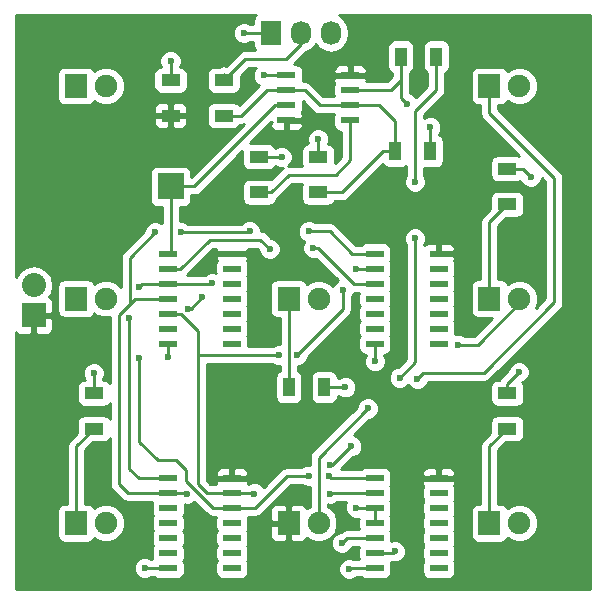
<source format=gbr>
G04 #@! TF.FileFunction,Copper,L1,Top,Signal*
%FSLAX46Y46*%
G04 Gerber Fmt 4.6, Leading zero omitted, Abs format (unit mm)*
G04 Created by KiCad (PCBNEW 4.0.1-stable) date 2/22/2016 4:26:43 PM*
%MOMM*%
G01*
G04 APERTURE LIST*
%ADD10C,0.100000*%
%ADD11R,1.600000X1.000000*%
%ADD12R,1.900000X2.000000*%
%ADD13C,1.900000*%
%ADD14R,2.235200X2.235200*%
%ADD15R,1.000000X1.600000*%
%ADD16R,1.500000X0.600000*%
%ADD17R,1.550000X0.600000*%
%ADD18R,2.032000X2.032000*%
%ADD19O,2.032000X2.032000*%
%ADD20R,1.727200X2.032000*%
%ADD21O,1.727200X2.032000*%
%ADD22C,0.600000*%
%ADD23C,0.250000*%
%ADD24C,0.254000*%
G04 APERTURE END LIST*
D10*
D11*
X81900000Y-91000000D03*
X81900000Y-88000000D03*
X89400000Y-97500000D03*
X89400000Y-94500000D03*
X94400000Y-97500000D03*
X94400000Y-94500000D03*
X86400000Y-91000000D03*
X86400000Y-88000000D03*
D12*
X73900000Y-106500000D03*
D13*
X76440000Y-106500000D03*
D12*
X91900000Y-106500000D03*
D13*
X94440000Y-106500000D03*
D12*
X73900000Y-88500000D03*
D13*
X76440000Y-88500000D03*
D12*
X108900000Y-88500000D03*
D13*
X111440000Y-88500000D03*
D12*
X108900000Y-106500000D03*
D13*
X111440000Y-106500000D03*
D12*
X108900000Y-125500000D03*
D13*
X111440000Y-125500000D03*
D12*
X73900000Y-125500000D03*
D13*
X76440000Y-125500000D03*
D14*
X81900000Y-97000000D03*
D15*
X101400000Y-86000000D03*
X104400000Y-86000000D03*
X100900000Y-94000000D03*
X103900000Y-94000000D03*
D11*
X110400000Y-95500000D03*
X110400000Y-98500000D03*
D15*
X94900000Y-114000000D03*
X91900000Y-114000000D03*
D11*
X110400000Y-114500000D03*
X110400000Y-117500000D03*
X75400000Y-114500000D03*
X75400000Y-117500000D03*
D12*
X91900000Y-125500000D03*
D13*
X94440000Y-125500000D03*
D16*
X81700000Y-102690000D03*
X81700000Y-103960000D03*
X81700000Y-105230000D03*
X81700000Y-106500000D03*
X81700000Y-107770000D03*
X81700000Y-109040000D03*
X81700000Y-110310000D03*
X87100000Y-110310000D03*
X87100000Y-109040000D03*
X87100000Y-107770000D03*
X87100000Y-106500000D03*
X87100000Y-105230000D03*
X87100000Y-103960000D03*
X87100000Y-102690000D03*
X99200000Y-102690000D03*
X99200000Y-103960000D03*
X99200000Y-105230000D03*
X99200000Y-106500000D03*
X99200000Y-107770000D03*
X99200000Y-109040000D03*
X99200000Y-110310000D03*
X104600000Y-110310000D03*
X104600000Y-109040000D03*
X104600000Y-107770000D03*
X104600000Y-106500000D03*
X104600000Y-105230000D03*
X104600000Y-103960000D03*
X104600000Y-102690000D03*
X81700000Y-121690000D03*
X81700000Y-122960000D03*
X81700000Y-124230000D03*
X81700000Y-125500000D03*
X81700000Y-126770000D03*
X81700000Y-128040000D03*
X81700000Y-129310000D03*
X87100000Y-129310000D03*
X87100000Y-128040000D03*
X87100000Y-126770000D03*
X87100000Y-125500000D03*
X87100000Y-124230000D03*
X87100000Y-122960000D03*
X87100000Y-121690000D03*
X99200000Y-121690000D03*
X99200000Y-122960000D03*
X99200000Y-124230000D03*
X99200000Y-125500000D03*
X99200000Y-126770000D03*
X99200000Y-128040000D03*
X99200000Y-129310000D03*
X104600000Y-129310000D03*
X104600000Y-128040000D03*
X104600000Y-126770000D03*
X104600000Y-125500000D03*
X104600000Y-124230000D03*
X104600000Y-122960000D03*
X104600000Y-121690000D03*
D17*
X91700000Y-87595000D03*
X91700000Y-88865000D03*
X91700000Y-90135000D03*
X91700000Y-91405000D03*
X97100000Y-91405000D03*
X97100000Y-90135000D03*
X97100000Y-88865000D03*
X97100000Y-87595000D03*
D18*
X70300000Y-107900000D03*
D19*
X70300000Y-105360000D03*
D20*
X90400000Y-84000000D03*
D21*
X92940000Y-84000000D03*
X95480000Y-84000000D03*
D22*
X94800000Y-88700000D03*
X94000000Y-91100000D03*
X88100000Y-84000000D03*
X89800000Y-87600000D03*
X81900000Y-86400000D03*
X91300000Y-94500000D03*
X94400000Y-93000000D03*
X112400000Y-96200000D03*
X79700000Y-129300000D03*
X97000000Y-129400000D03*
X75400000Y-112800000D03*
X81700000Y-111400000D03*
X111400000Y-112700000D03*
X99200000Y-111800000D03*
X96700000Y-114000000D03*
X106200000Y-110400000D03*
X84600000Y-106400000D03*
X83400000Y-107400000D03*
X79200000Y-111500000D03*
X95300000Y-121500000D03*
X93600000Y-121500000D03*
X79200000Y-105500000D03*
X78400000Y-108100000D03*
X85400000Y-105200000D03*
X97600000Y-124200000D03*
X95400000Y-120600000D03*
X97200000Y-119000000D03*
X102800000Y-113300000D03*
X100900000Y-127900000D03*
X101900000Y-90000000D03*
X103900000Y-92000000D03*
X98600000Y-115800000D03*
X101300000Y-113200000D03*
X102600000Y-101400000D03*
X102600000Y-96600000D03*
X90300000Y-102300000D03*
X94000000Y-102200000D03*
X80600000Y-100900000D03*
X82800000Y-100900000D03*
X88600000Y-100800000D03*
X93600000Y-100800000D03*
X96400000Y-127200000D03*
X83300000Y-123000000D03*
X95400000Y-123000000D03*
X89000000Y-123000000D03*
X91100000Y-111300000D03*
X92600000Y-111300000D03*
X96500000Y-105800000D03*
X97600000Y-104000000D03*
D23*
X91700000Y-91405000D02*
X93695000Y-91405000D01*
X95905000Y-87595000D02*
X97100000Y-87595000D01*
X94800000Y-88700000D02*
X95905000Y-87595000D01*
X93695000Y-91405000D02*
X94000000Y-91100000D01*
X90400000Y-84000000D02*
X88100000Y-84000000D01*
X91700000Y-87595000D02*
X89805000Y-87595000D01*
X89805000Y-87595000D02*
X89800000Y-87600000D01*
X81900000Y-88000000D02*
X81900000Y-86400000D01*
X89400000Y-94500000D02*
X91300000Y-94500000D01*
X94400000Y-94500000D02*
X94400000Y-93000000D01*
X110400000Y-95500000D02*
X111700000Y-95500000D01*
X111700000Y-95500000D02*
X112400000Y-96200000D01*
X81700000Y-129310000D02*
X79710000Y-129310000D01*
X79710000Y-129310000D02*
X79700000Y-129300000D01*
X99200000Y-129310000D02*
X97090000Y-129310000D01*
X97090000Y-129310000D02*
X97000000Y-129400000D01*
X75400000Y-114500000D02*
X75400000Y-112800000D01*
X81700000Y-110310000D02*
X81700000Y-111400000D01*
X110400000Y-114500000D02*
X110400000Y-113700000D01*
X110400000Y-113700000D02*
X111400000Y-112700000D01*
X99200000Y-110310000D02*
X99200000Y-111800000D01*
X94900000Y-114000000D02*
X96700000Y-114000000D01*
X97100000Y-91405000D02*
X97100000Y-94800000D01*
X90400000Y-97500000D02*
X89400000Y-97500000D01*
X91900000Y-96000000D02*
X90400000Y-97500000D01*
X95900000Y-96000000D02*
X91900000Y-96000000D01*
X97100000Y-94800000D02*
X95900000Y-96000000D01*
X91700000Y-88865000D02*
X90035000Y-88865000D01*
X87900000Y-91000000D02*
X86400000Y-91000000D01*
X90035000Y-88865000D02*
X87900000Y-91000000D01*
X97100000Y-90135000D02*
X94535000Y-90135000D01*
X93265000Y-88865000D02*
X91700000Y-88865000D01*
X94535000Y-90135000D02*
X93265000Y-88865000D01*
X100900000Y-94000000D02*
X100900000Y-91500000D01*
X99535000Y-90135000D02*
X97100000Y-90135000D01*
X100900000Y-91500000D02*
X99535000Y-90135000D01*
X100900000Y-94000000D02*
X99900000Y-94000000D01*
X96400000Y-97500000D02*
X94400000Y-97500000D01*
X99900000Y-94000000D02*
X96400000Y-97500000D01*
X92940000Y-84000000D02*
X92940000Y-84960000D01*
X92940000Y-84960000D02*
X91700000Y-86200000D01*
X91700000Y-86200000D02*
X88200000Y-86200000D01*
X88200000Y-86200000D02*
X86400000Y-88000000D01*
X86400000Y-88000000D02*
X86400000Y-87500000D01*
X111440000Y-106500000D02*
X111440000Y-106860000D01*
X111440000Y-106860000D02*
X107900000Y-110400000D01*
X107900000Y-110400000D02*
X106200000Y-110400000D01*
X84600000Y-106400000D02*
X83600000Y-107400000D01*
X83600000Y-107400000D02*
X83400000Y-107400000D01*
X87100000Y-124230000D02*
X85530000Y-124230000D01*
X79200000Y-118600000D02*
X79200000Y-111500000D01*
X80800000Y-120200000D02*
X79200000Y-118600000D01*
X82400000Y-120200000D02*
X80800000Y-120200000D01*
X83200000Y-121000000D02*
X82400000Y-120200000D01*
X83200000Y-121900000D02*
X83200000Y-121000000D01*
X85530000Y-124230000D02*
X83200000Y-121900000D01*
X87100000Y-124230000D02*
X89070000Y-124230000D01*
X95490000Y-121690000D02*
X99200000Y-121690000D01*
X95300000Y-121500000D02*
X95490000Y-121690000D01*
X91800000Y-121500000D02*
X93600000Y-121500000D01*
X89070000Y-124230000D02*
X91800000Y-121500000D01*
X91900000Y-106500000D02*
X91900000Y-114000000D01*
X81700000Y-121690000D02*
X79190000Y-121690000D01*
X79470000Y-105230000D02*
X81700000Y-105230000D01*
X79200000Y-105500000D02*
X79470000Y-105230000D01*
X78400000Y-120900000D02*
X78400000Y-108100000D01*
X79190000Y-121690000D02*
X78400000Y-120900000D01*
X81700000Y-105230000D02*
X85370000Y-105230000D01*
X85370000Y-105230000D02*
X85400000Y-105200000D01*
X99200000Y-124230000D02*
X99200000Y-125500000D01*
X99200000Y-124230000D02*
X97630000Y-124230000D01*
X97630000Y-124230000D02*
X97600000Y-124200000D01*
X108900000Y-88500000D02*
X108900000Y-90800000D01*
X95600000Y-120600000D02*
X95400000Y-120600000D01*
X97200000Y-119000000D02*
X95600000Y-120600000D01*
X103300000Y-112800000D02*
X102800000Y-113300000D01*
X108400000Y-112800000D02*
X103300000Y-112800000D01*
X114400000Y-106800000D02*
X108400000Y-112800000D01*
X114400000Y-96300000D02*
X114400000Y-106800000D01*
X108900000Y-90800000D02*
X114400000Y-96300000D01*
X99200000Y-128040000D02*
X100760000Y-128040000D01*
X100760000Y-128040000D02*
X100900000Y-127900000D01*
X108900000Y-106500000D02*
X108900000Y-100000000D01*
X108900000Y-100000000D02*
X110400000Y-98500000D01*
X108900000Y-125500000D02*
X108900000Y-119000000D01*
X108900000Y-119000000D02*
X110400000Y-117500000D01*
X73900000Y-125500000D02*
X73900000Y-119000000D01*
X73900000Y-119000000D02*
X75400000Y-117500000D01*
X81900000Y-97000000D02*
X81900000Y-102490000D01*
X81900000Y-102490000D02*
X81700000Y-102690000D01*
X91700000Y-90135000D02*
X90765000Y-90135000D01*
X83900000Y-97000000D02*
X81900000Y-97000000D01*
X90765000Y-90135000D02*
X83900000Y-97000000D01*
X103900000Y-94000000D02*
X103900000Y-92000000D01*
X101400000Y-89500000D02*
X101400000Y-88000000D01*
X101900000Y-90000000D02*
X101400000Y-89500000D01*
X101400000Y-86000000D02*
X101400000Y-88000000D01*
X100535000Y-88865000D02*
X97100000Y-88865000D01*
X101400000Y-88000000D02*
X100535000Y-88865000D01*
X104400000Y-86000000D02*
X104400000Y-88800000D01*
X94440000Y-119960000D02*
X94440000Y-125500000D01*
X98600000Y-115800000D02*
X94440000Y-119960000D01*
X102600000Y-111900000D02*
X101300000Y-113200000D01*
X102600000Y-101400000D02*
X102600000Y-111900000D01*
X102600000Y-90600000D02*
X102600000Y-96600000D01*
X104400000Y-88800000D02*
X102600000Y-90600000D01*
X99200000Y-105230000D02*
X97430000Y-105230000D01*
X82740000Y-103960000D02*
X81700000Y-103960000D01*
X85200000Y-101500000D02*
X82740000Y-103960000D01*
X89500000Y-101500000D02*
X85200000Y-101500000D01*
X90300000Y-102300000D02*
X89500000Y-101500000D01*
X94400000Y-102200000D02*
X94000000Y-102200000D01*
X97430000Y-105230000D02*
X94400000Y-102200000D01*
X99200000Y-102690000D02*
X97290000Y-102690000D01*
X78450000Y-103050000D02*
X78450000Y-106950000D01*
X80600000Y-100900000D02*
X78450000Y-103050000D01*
X88500000Y-100900000D02*
X82800000Y-100900000D01*
X88600000Y-100800000D02*
X88500000Y-100900000D01*
X95400000Y-100800000D02*
X93600000Y-100800000D01*
X97290000Y-102690000D02*
X95400000Y-100800000D01*
X81700000Y-122960000D02*
X83260000Y-122960000D01*
X96830000Y-126770000D02*
X99200000Y-126770000D01*
X96400000Y-127200000D02*
X96830000Y-126770000D01*
X83260000Y-122960000D02*
X83300000Y-123000000D01*
X81700000Y-106500000D02*
X78900000Y-106500000D01*
X78260000Y-122960000D02*
X81700000Y-122960000D01*
X77500000Y-122200000D02*
X78260000Y-122960000D01*
X77500000Y-107900000D02*
X77500000Y-122200000D01*
X78900000Y-106500000D02*
X78600000Y-106800000D01*
X78600000Y-106800000D02*
X78450000Y-106950000D01*
X78450000Y-106950000D02*
X77500000Y-107900000D01*
X87100000Y-122960000D02*
X88960000Y-122960000D01*
X95440000Y-122960000D02*
X99200000Y-122960000D01*
X95400000Y-123000000D02*
X95440000Y-122960000D01*
X88960000Y-122960000D02*
X89000000Y-123000000D01*
X99200000Y-103960000D02*
X97640000Y-103960000D01*
X91100000Y-111300000D02*
X84200000Y-111300000D01*
X96500000Y-107400000D02*
X92600000Y-111300000D01*
X96500000Y-105800000D02*
X96500000Y-107400000D01*
X97640000Y-103960000D02*
X97600000Y-104000000D01*
X81700000Y-107770000D02*
X82770000Y-107770000D01*
X84960000Y-122960000D02*
X87100000Y-122960000D01*
X84200000Y-122200000D02*
X84960000Y-122960000D01*
X84200000Y-109200000D02*
X84200000Y-111300000D01*
X84200000Y-111300000D02*
X84200000Y-122200000D01*
X82770000Y-107770000D02*
X84200000Y-109200000D01*
D24*
G36*
X89084959Y-82519910D02*
X88939969Y-82732110D01*
X88888960Y-82984000D01*
X88888960Y-83240000D01*
X88662463Y-83240000D01*
X88630327Y-83207808D01*
X88286799Y-83065162D01*
X87914833Y-83064838D01*
X87571057Y-83206883D01*
X87307808Y-83469673D01*
X87165162Y-83813201D01*
X87164838Y-84185167D01*
X87306883Y-84528943D01*
X87569673Y-84792192D01*
X87913201Y-84934838D01*
X88285167Y-84935162D01*
X88628943Y-84793117D01*
X88662118Y-84760000D01*
X88888960Y-84760000D01*
X88888960Y-85016000D01*
X88933238Y-85251317D01*
X89054652Y-85440000D01*
X88200000Y-85440000D01*
X87957414Y-85488254D01*
X87909160Y-85497852D01*
X87662599Y-85662599D01*
X86554471Y-86770727D01*
X86400000Y-86740000D01*
X86109161Y-86797852D01*
X86027284Y-86852560D01*
X85600000Y-86852560D01*
X85364683Y-86896838D01*
X85148559Y-87035910D01*
X85003569Y-87248110D01*
X84952560Y-87500000D01*
X84952560Y-88500000D01*
X84996838Y-88735317D01*
X85135910Y-88951441D01*
X85348110Y-89096431D01*
X85600000Y-89147440D01*
X87200000Y-89147440D01*
X87435317Y-89103162D01*
X87651441Y-88964090D01*
X87796431Y-88751890D01*
X87847440Y-88500000D01*
X87847440Y-87627362D01*
X88514802Y-86960000D01*
X89117673Y-86960000D01*
X89007808Y-87069673D01*
X88865162Y-87413201D01*
X88864838Y-87785167D01*
X89006883Y-88128943D01*
X89269673Y-88392192D01*
X89385083Y-88440115D01*
X87708157Y-90117041D01*
X87664090Y-90048559D01*
X87451890Y-89903569D01*
X87200000Y-89852560D01*
X85600000Y-89852560D01*
X85364683Y-89896838D01*
X85148559Y-90035910D01*
X85003569Y-90248110D01*
X84952560Y-90500000D01*
X84952560Y-91500000D01*
X84996838Y-91735317D01*
X85135910Y-91951441D01*
X85348110Y-92096431D01*
X85600000Y-92147440D01*
X87200000Y-92147440D01*
X87435317Y-92103162D01*
X87651441Y-91964090D01*
X87790890Y-91760000D01*
X87900000Y-91760000D01*
X88106218Y-91718980D01*
X83665040Y-96160158D01*
X83665040Y-95882400D01*
X83620762Y-95647083D01*
X83481690Y-95430959D01*
X83269490Y-95285969D01*
X83017600Y-95234960D01*
X80782400Y-95234960D01*
X80547083Y-95279238D01*
X80330959Y-95418310D01*
X80185969Y-95630510D01*
X80134960Y-95882400D01*
X80134960Y-98117600D01*
X80179238Y-98352917D01*
X80318310Y-98569041D01*
X80530510Y-98714031D01*
X80782400Y-98765040D01*
X81140000Y-98765040D01*
X81140000Y-100117498D01*
X81130327Y-100107808D01*
X80786799Y-99965162D01*
X80414833Y-99964838D01*
X80071057Y-100106883D01*
X79807808Y-100369673D01*
X79665162Y-100713201D01*
X79665121Y-100760077D01*
X77912599Y-102512599D01*
X77747852Y-102759161D01*
X77690000Y-103050000D01*
X77690000Y-105508697D01*
X77339003Y-105157086D01*
X76756659Y-104915276D01*
X76126107Y-104914725D01*
X75543343Y-105155519D01*
X75445663Y-105253029D01*
X75314090Y-105048559D01*
X75101890Y-104903569D01*
X74850000Y-104852560D01*
X72950000Y-104852560D01*
X72714683Y-104896838D01*
X72498559Y-105035910D01*
X72353569Y-105248110D01*
X72302560Y-105500000D01*
X72302560Y-107500000D01*
X72346838Y-107735317D01*
X72485910Y-107951441D01*
X72698110Y-108096431D01*
X72950000Y-108147440D01*
X74850000Y-108147440D01*
X75085317Y-108103162D01*
X75301441Y-107964090D01*
X75446431Y-107751890D01*
X75447055Y-107748808D01*
X75540997Y-107842914D01*
X76123341Y-108084724D01*
X76740000Y-108085263D01*
X76740000Y-113666526D01*
X76664090Y-113548559D01*
X76451890Y-113403569D01*
X76200000Y-113352560D01*
X76169920Y-113352560D01*
X76192192Y-113330327D01*
X76334838Y-112986799D01*
X76335162Y-112614833D01*
X76193117Y-112271057D01*
X75930327Y-112007808D01*
X75586799Y-111865162D01*
X75214833Y-111864838D01*
X74871057Y-112006883D01*
X74607808Y-112269673D01*
X74465162Y-112613201D01*
X74464838Y-112985167D01*
X74606883Y-113328943D01*
X74630459Y-113352560D01*
X74600000Y-113352560D01*
X74364683Y-113396838D01*
X74148559Y-113535910D01*
X74003569Y-113748110D01*
X73952560Y-114000000D01*
X73952560Y-115000000D01*
X73996838Y-115235317D01*
X74135910Y-115451441D01*
X74348110Y-115596431D01*
X74600000Y-115647440D01*
X76200000Y-115647440D01*
X76435317Y-115603162D01*
X76651441Y-115464090D01*
X76740000Y-115334480D01*
X76740000Y-116666526D01*
X76664090Y-116548559D01*
X76451890Y-116403569D01*
X76200000Y-116352560D01*
X74600000Y-116352560D01*
X74364683Y-116396838D01*
X74148559Y-116535910D01*
X74003569Y-116748110D01*
X73952560Y-117000000D01*
X73952560Y-117872638D01*
X73362599Y-118462599D01*
X73197852Y-118709161D01*
X73140000Y-119000000D01*
X73140000Y-123852560D01*
X72950000Y-123852560D01*
X72714683Y-123896838D01*
X72498559Y-124035910D01*
X72353569Y-124248110D01*
X72302560Y-124500000D01*
X72302560Y-126500000D01*
X72346838Y-126735317D01*
X72485910Y-126951441D01*
X72698110Y-127096431D01*
X72950000Y-127147440D01*
X74850000Y-127147440D01*
X75085317Y-127103162D01*
X75301441Y-126964090D01*
X75446431Y-126751890D01*
X75447055Y-126748808D01*
X75540997Y-126842914D01*
X76123341Y-127084724D01*
X76753893Y-127085275D01*
X77336657Y-126844481D01*
X77782914Y-126399003D01*
X78024724Y-125816659D01*
X78025275Y-125186107D01*
X77784481Y-124603343D01*
X77339003Y-124157086D01*
X76756659Y-123915276D01*
X76126107Y-123914725D01*
X75543343Y-124155519D01*
X75445663Y-124253029D01*
X75314090Y-124048559D01*
X75101890Y-123903569D01*
X74850000Y-123852560D01*
X74660000Y-123852560D01*
X74660000Y-119314802D01*
X75327362Y-118647440D01*
X76200000Y-118647440D01*
X76435317Y-118603162D01*
X76651441Y-118464090D01*
X76740000Y-118334480D01*
X76740000Y-122200000D01*
X76797852Y-122490839D01*
X76962599Y-122737401D01*
X77722599Y-123497401D01*
X77969160Y-123662148D01*
X78260000Y-123720000D01*
X80345086Y-123720000D01*
X80302560Y-123930000D01*
X80302560Y-124530000D01*
X80346838Y-124765317D01*
X80410678Y-124864528D01*
X80353569Y-124948110D01*
X80302560Y-125200000D01*
X80302560Y-125800000D01*
X80346838Y-126035317D01*
X80410678Y-126134528D01*
X80353569Y-126218110D01*
X80302560Y-126470000D01*
X80302560Y-127070000D01*
X80346838Y-127305317D01*
X80410678Y-127404528D01*
X80353569Y-127488110D01*
X80302560Y-127740000D01*
X80302560Y-128340000D01*
X80342074Y-128550000D01*
X80272445Y-128550000D01*
X80230327Y-128507808D01*
X79886799Y-128365162D01*
X79514833Y-128364838D01*
X79171057Y-128506883D01*
X78907808Y-128769673D01*
X78765162Y-129113201D01*
X78764838Y-129485167D01*
X78906883Y-129828943D01*
X79169673Y-130092192D01*
X79513201Y-130234838D01*
X79885167Y-130235162D01*
X80228943Y-130093117D01*
X80252100Y-130070000D01*
X80498437Y-130070000D01*
X80698110Y-130206431D01*
X80950000Y-130257440D01*
X82450000Y-130257440D01*
X82685317Y-130213162D01*
X82901441Y-130074090D01*
X83046431Y-129861890D01*
X83097440Y-129610000D01*
X83097440Y-129010000D01*
X83053162Y-128774683D01*
X82989322Y-128675472D01*
X83046431Y-128591890D01*
X83097440Y-128340000D01*
X83097440Y-127740000D01*
X83053162Y-127504683D01*
X82989322Y-127405472D01*
X83046431Y-127321890D01*
X83097440Y-127070000D01*
X83097440Y-126470000D01*
X83053162Y-126234683D01*
X82989322Y-126135472D01*
X83046431Y-126051890D01*
X83097440Y-125800000D01*
X83097440Y-125200000D01*
X83053162Y-124964683D01*
X82989322Y-124865472D01*
X83046431Y-124781890D01*
X83097440Y-124530000D01*
X83097440Y-123930000D01*
X83097092Y-123928149D01*
X83113201Y-123934838D01*
X83485167Y-123935162D01*
X83828943Y-123793117D01*
X83923712Y-123698514D01*
X84992599Y-124767401D01*
X85239161Y-124932148D01*
X85530000Y-124990000D01*
X85745086Y-124990000D01*
X85702560Y-125200000D01*
X85702560Y-125800000D01*
X85746838Y-126035317D01*
X85810678Y-126134528D01*
X85753569Y-126218110D01*
X85702560Y-126470000D01*
X85702560Y-127070000D01*
X85746838Y-127305317D01*
X85810678Y-127404528D01*
X85753569Y-127488110D01*
X85702560Y-127740000D01*
X85702560Y-128340000D01*
X85746838Y-128575317D01*
X85810678Y-128674528D01*
X85753569Y-128758110D01*
X85702560Y-129010000D01*
X85702560Y-129610000D01*
X85746838Y-129845317D01*
X85885910Y-130061441D01*
X86098110Y-130206431D01*
X86350000Y-130257440D01*
X87850000Y-130257440D01*
X88085317Y-130213162D01*
X88301441Y-130074090D01*
X88446431Y-129861890D01*
X88497440Y-129610000D01*
X88497440Y-129010000D01*
X88453162Y-128774683D01*
X88389322Y-128675472D01*
X88446431Y-128591890D01*
X88497440Y-128340000D01*
X88497440Y-127740000D01*
X88453162Y-127504683D01*
X88389322Y-127405472D01*
X88446431Y-127321890D01*
X88497440Y-127070000D01*
X88497440Y-126470000D01*
X88453162Y-126234683D01*
X88389322Y-126135472D01*
X88446431Y-126051890D01*
X88497440Y-125800000D01*
X88497440Y-125785750D01*
X90315000Y-125785750D01*
X90315000Y-126626309D01*
X90411673Y-126859698D01*
X90590301Y-127038327D01*
X90823690Y-127135000D01*
X91614250Y-127135000D01*
X91773000Y-126976250D01*
X91773000Y-125627000D01*
X90473750Y-125627000D01*
X90315000Y-125785750D01*
X88497440Y-125785750D01*
X88497440Y-125200000D01*
X88457926Y-124990000D01*
X89070000Y-124990000D01*
X89360839Y-124932148D01*
X89607401Y-124767401D01*
X90001111Y-124373691D01*
X90315000Y-124373691D01*
X90315000Y-125214250D01*
X90473750Y-125373000D01*
X91773000Y-125373000D01*
X91773000Y-124023750D01*
X91614250Y-123865000D01*
X90823690Y-123865000D01*
X90590301Y-123961673D01*
X90411673Y-124140302D01*
X90315000Y-124373691D01*
X90001111Y-124373691D01*
X92114802Y-122260000D01*
X93037537Y-122260000D01*
X93069673Y-122292192D01*
X93413201Y-122434838D01*
X93680000Y-122435070D01*
X93680000Y-124099053D01*
X93543343Y-124155519D01*
X93438133Y-124260545D01*
X93388327Y-124140302D01*
X93209699Y-123961673D01*
X92976310Y-123865000D01*
X92185750Y-123865000D01*
X92027000Y-124023750D01*
X92027000Y-125373000D01*
X92047000Y-125373000D01*
X92047000Y-125627000D01*
X92027000Y-125627000D01*
X92027000Y-126976250D01*
X92185750Y-127135000D01*
X92976310Y-127135000D01*
X93209699Y-127038327D01*
X93388327Y-126859698D01*
X93438012Y-126739749D01*
X93540997Y-126842914D01*
X94123341Y-127084724D01*
X94753893Y-127085275D01*
X95336657Y-126844481D01*
X95782914Y-126399003D01*
X96024724Y-125816659D01*
X96025275Y-125186107D01*
X95784481Y-124603343D01*
X95339003Y-124157086D01*
X95200000Y-124099367D01*
X95200000Y-123929356D01*
X95213201Y-123934838D01*
X95585167Y-123935162D01*
X95928943Y-123793117D01*
X96002188Y-123720000D01*
X96786910Y-123720000D01*
X96665162Y-124013201D01*
X96664838Y-124385167D01*
X96806883Y-124728943D01*
X97069673Y-124992192D01*
X97413201Y-125134838D01*
X97785167Y-125135162D01*
X97818477Y-125121399D01*
X97802560Y-125200000D01*
X97802560Y-125800000D01*
X97842074Y-126010000D01*
X96830000Y-126010000D01*
X96539161Y-126067852D01*
X96292599Y-126232599D01*
X96260320Y-126264878D01*
X96214833Y-126264838D01*
X95871057Y-126406883D01*
X95607808Y-126669673D01*
X95465162Y-127013201D01*
X95464838Y-127385167D01*
X95606883Y-127728943D01*
X95869673Y-127992192D01*
X96213201Y-128134838D01*
X96585167Y-128135162D01*
X96928943Y-127993117D01*
X97192192Y-127730327D01*
X97275375Y-127530000D01*
X97845086Y-127530000D01*
X97802560Y-127740000D01*
X97802560Y-128340000D01*
X97842074Y-128550000D01*
X97391111Y-128550000D01*
X97186799Y-128465162D01*
X96814833Y-128464838D01*
X96471057Y-128606883D01*
X96207808Y-128869673D01*
X96065162Y-129213201D01*
X96064838Y-129585167D01*
X96206883Y-129928943D01*
X96469673Y-130192192D01*
X96813201Y-130334838D01*
X97185167Y-130335162D01*
X97528943Y-130193117D01*
X97652275Y-130070000D01*
X97998437Y-130070000D01*
X98198110Y-130206431D01*
X98450000Y-130257440D01*
X99950000Y-130257440D01*
X100185317Y-130213162D01*
X100401441Y-130074090D01*
X100546431Y-129861890D01*
X100597440Y-129610000D01*
X100597440Y-129010000D01*
X100557926Y-128800000D01*
X100629302Y-128800000D01*
X100713201Y-128834838D01*
X101085167Y-128835162D01*
X101428943Y-128693117D01*
X101692192Y-128430327D01*
X101834838Y-128086799D01*
X101835162Y-127714833D01*
X101693117Y-127371057D01*
X101430327Y-127107808D01*
X101086799Y-126965162D01*
X100714833Y-126964838D01*
X100597440Y-127013344D01*
X100597440Y-126470000D01*
X100553162Y-126234683D01*
X100489322Y-126135472D01*
X100546431Y-126051890D01*
X100597440Y-125800000D01*
X100597440Y-125200000D01*
X100553162Y-124964683D01*
X100489322Y-124865472D01*
X100546431Y-124781890D01*
X100597440Y-124530000D01*
X100597440Y-123930000D01*
X100553162Y-123694683D01*
X100489322Y-123595472D01*
X100546431Y-123511890D01*
X100597440Y-123260000D01*
X100597440Y-122660000D01*
X103202560Y-122660000D01*
X103202560Y-123260000D01*
X103246838Y-123495317D01*
X103310678Y-123594528D01*
X103253569Y-123678110D01*
X103202560Y-123930000D01*
X103202560Y-124530000D01*
X103246838Y-124765317D01*
X103310678Y-124864528D01*
X103253569Y-124948110D01*
X103202560Y-125200000D01*
X103202560Y-125800000D01*
X103246838Y-126035317D01*
X103310678Y-126134528D01*
X103253569Y-126218110D01*
X103202560Y-126470000D01*
X103202560Y-127070000D01*
X103246838Y-127305317D01*
X103310678Y-127404528D01*
X103253569Y-127488110D01*
X103202560Y-127740000D01*
X103202560Y-128340000D01*
X103246838Y-128575317D01*
X103310678Y-128674528D01*
X103253569Y-128758110D01*
X103202560Y-129010000D01*
X103202560Y-129610000D01*
X103246838Y-129845317D01*
X103385910Y-130061441D01*
X103598110Y-130206431D01*
X103850000Y-130257440D01*
X105350000Y-130257440D01*
X105585317Y-130213162D01*
X105801441Y-130074090D01*
X105946431Y-129861890D01*
X105997440Y-129610000D01*
X105997440Y-129010000D01*
X105953162Y-128774683D01*
X105889322Y-128675472D01*
X105946431Y-128591890D01*
X105997440Y-128340000D01*
X105997440Y-127740000D01*
X105953162Y-127504683D01*
X105889322Y-127405472D01*
X105946431Y-127321890D01*
X105997440Y-127070000D01*
X105997440Y-126470000D01*
X105953162Y-126234683D01*
X105889322Y-126135472D01*
X105946431Y-126051890D01*
X105997440Y-125800000D01*
X105997440Y-125200000D01*
X105953162Y-124964683D01*
X105889322Y-124865472D01*
X105946431Y-124781890D01*
X105997440Y-124530000D01*
X105997440Y-124500000D01*
X107302560Y-124500000D01*
X107302560Y-126500000D01*
X107346838Y-126735317D01*
X107485910Y-126951441D01*
X107698110Y-127096431D01*
X107950000Y-127147440D01*
X109850000Y-127147440D01*
X110085317Y-127103162D01*
X110301441Y-126964090D01*
X110446431Y-126751890D01*
X110447055Y-126748808D01*
X110540997Y-126842914D01*
X111123341Y-127084724D01*
X111753893Y-127085275D01*
X112336657Y-126844481D01*
X112782914Y-126399003D01*
X113024724Y-125816659D01*
X113025275Y-125186107D01*
X112784481Y-124603343D01*
X112339003Y-124157086D01*
X111756659Y-123915276D01*
X111126107Y-123914725D01*
X110543343Y-124155519D01*
X110445663Y-124253029D01*
X110314090Y-124048559D01*
X110101890Y-123903569D01*
X109850000Y-123852560D01*
X109660000Y-123852560D01*
X109660000Y-119314802D01*
X110327362Y-118647440D01*
X111200000Y-118647440D01*
X111435317Y-118603162D01*
X111651441Y-118464090D01*
X111796431Y-118251890D01*
X111847440Y-118000000D01*
X111847440Y-117000000D01*
X111803162Y-116764683D01*
X111664090Y-116548559D01*
X111451890Y-116403569D01*
X111200000Y-116352560D01*
X109600000Y-116352560D01*
X109364683Y-116396838D01*
X109148559Y-116535910D01*
X109003569Y-116748110D01*
X108952560Y-117000000D01*
X108952560Y-117872638D01*
X108362599Y-118462599D01*
X108197852Y-118709161D01*
X108140000Y-119000000D01*
X108140000Y-123852560D01*
X107950000Y-123852560D01*
X107714683Y-123896838D01*
X107498559Y-124035910D01*
X107353569Y-124248110D01*
X107302560Y-124500000D01*
X105997440Y-124500000D01*
X105997440Y-123930000D01*
X105953162Y-123694683D01*
X105889322Y-123595472D01*
X105946431Y-123511890D01*
X105997440Y-123260000D01*
X105997440Y-122660000D01*
X105953162Y-122424683D01*
X105894822Y-122334020D01*
X105985000Y-122116310D01*
X105985000Y-121975750D01*
X105826250Y-121817000D01*
X104727000Y-121817000D01*
X104727000Y-121837000D01*
X104473000Y-121837000D01*
X104473000Y-121817000D01*
X103373750Y-121817000D01*
X103215000Y-121975750D01*
X103215000Y-122116310D01*
X103304806Y-122333122D01*
X103253569Y-122408110D01*
X103202560Y-122660000D01*
X100597440Y-122660000D01*
X100553162Y-122424683D01*
X100489322Y-122325472D01*
X100546431Y-122241890D01*
X100597440Y-121990000D01*
X100597440Y-121390000D01*
X100573674Y-121263690D01*
X103215000Y-121263690D01*
X103215000Y-121404250D01*
X103373750Y-121563000D01*
X104473000Y-121563000D01*
X104473000Y-120913750D01*
X104727000Y-120913750D01*
X104727000Y-121563000D01*
X105826250Y-121563000D01*
X105985000Y-121404250D01*
X105985000Y-121263690D01*
X105888327Y-121030301D01*
X105709698Y-120851673D01*
X105476309Y-120755000D01*
X104885750Y-120755000D01*
X104727000Y-120913750D01*
X104473000Y-120913750D01*
X104314250Y-120755000D01*
X103723691Y-120755000D01*
X103490302Y-120851673D01*
X103311673Y-121030301D01*
X103215000Y-121263690D01*
X100573674Y-121263690D01*
X100553162Y-121154683D01*
X100414090Y-120938559D01*
X100201890Y-120793569D01*
X99950000Y-120742560D01*
X98450000Y-120742560D01*
X98214683Y-120786838D01*
X97998559Y-120925910D01*
X97995764Y-120930000D01*
X96344802Y-120930000D01*
X97339680Y-119935122D01*
X97385167Y-119935162D01*
X97728943Y-119793117D01*
X97992192Y-119530327D01*
X98134838Y-119186799D01*
X98135162Y-118814833D01*
X97993117Y-118471057D01*
X97730327Y-118207808D01*
X97402938Y-118071864D01*
X98739680Y-116735122D01*
X98785167Y-116735162D01*
X99128943Y-116593117D01*
X99392192Y-116330327D01*
X99534838Y-115986799D01*
X99535162Y-115614833D01*
X99393117Y-115271057D01*
X99130327Y-115007808D01*
X98786799Y-114865162D01*
X98414833Y-114864838D01*
X98071057Y-115006883D01*
X97807808Y-115269673D01*
X97665162Y-115613201D01*
X97665121Y-115660077D01*
X93902599Y-119422599D01*
X93737852Y-119669161D01*
X93680000Y-119960000D01*
X93680000Y-120565069D01*
X93414833Y-120564838D01*
X93071057Y-120706883D01*
X93037882Y-120740000D01*
X91800000Y-120740000D01*
X91509161Y-120797852D01*
X91262599Y-120962599D01*
X89773646Y-122451552D01*
X89530327Y-122207808D01*
X89186799Y-122065162D01*
X88814833Y-122064838D01*
X88487715Y-122200000D01*
X88450334Y-122200000D01*
X88485000Y-122116310D01*
X88485000Y-121975750D01*
X88326250Y-121817000D01*
X87227000Y-121817000D01*
X87227000Y-121837000D01*
X86973000Y-121837000D01*
X86973000Y-121817000D01*
X85873750Y-121817000D01*
X85715000Y-121975750D01*
X85715000Y-122116310D01*
X85749666Y-122200000D01*
X85274802Y-122200000D01*
X84960000Y-121885198D01*
X84960000Y-121263690D01*
X85715000Y-121263690D01*
X85715000Y-121404250D01*
X85873750Y-121563000D01*
X86973000Y-121563000D01*
X86973000Y-120913750D01*
X87227000Y-120913750D01*
X87227000Y-121563000D01*
X88326250Y-121563000D01*
X88485000Y-121404250D01*
X88485000Y-121263690D01*
X88388327Y-121030301D01*
X88209698Y-120851673D01*
X87976309Y-120755000D01*
X87385750Y-120755000D01*
X87227000Y-120913750D01*
X86973000Y-120913750D01*
X86814250Y-120755000D01*
X86223691Y-120755000D01*
X85990302Y-120851673D01*
X85811673Y-121030301D01*
X85715000Y-121263690D01*
X84960000Y-121263690D01*
X84960000Y-112060000D01*
X90537537Y-112060000D01*
X90569673Y-112092192D01*
X90913201Y-112234838D01*
X91140000Y-112235036D01*
X91140000Y-112612721D01*
X90948559Y-112735910D01*
X90803569Y-112948110D01*
X90752560Y-113200000D01*
X90752560Y-114800000D01*
X90796838Y-115035317D01*
X90935910Y-115251441D01*
X91148110Y-115396431D01*
X91400000Y-115447440D01*
X92400000Y-115447440D01*
X92635317Y-115403162D01*
X92851441Y-115264090D01*
X92996431Y-115051890D01*
X93047440Y-114800000D01*
X93047440Y-113200000D01*
X93752560Y-113200000D01*
X93752560Y-114800000D01*
X93796838Y-115035317D01*
X93935910Y-115251441D01*
X94148110Y-115396431D01*
X94400000Y-115447440D01*
X95400000Y-115447440D01*
X95635317Y-115403162D01*
X95851441Y-115264090D01*
X95996431Y-115051890D01*
X96047440Y-114800000D01*
X96047440Y-114760000D01*
X96137537Y-114760000D01*
X96169673Y-114792192D01*
X96513201Y-114934838D01*
X96885167Y-114935162D01*
X97228943Y-114793117D01*
X97492192Y-114530327D01*
X97634838Y-114186799D01*
X97635162Y-113814833D01*
X97493117Y-113471057D01*
X97407377Y-113385167D01*
X100364838Y-113385167D01*
X100506883Y-113728943D01*
X100769673Y-113992192D01*
X101113201Y-114134838D01*
X101485167Y-114135162D01*
X101828943Y-113993117D01*
X102002947Y-113819417D01*
X102006883Y-113828943D01*
X102269673Y-114092192D01*
X102613201Y-114234838D01*
X102985167Y-114235162D01*
X103328943Y-114093117D01*
X103422222Y-114000000D01*
X108952560Y-114000000D01*
X108952560Y-115000000D01*
X108996838Y-115235317D01*
X109135910Y-115451441D01*
X109348110Y-115596431D01*
X109600000Y-115647440D01*
X111200000Y-115647440D01*
X111435317Y-115603162D01*
X111651441Y-115464090D01*
X111796431Y-115251890D01*
X111847440Y-115000000D01*
X111847440Y-114000000D01*
X111803162Y-113764683D01*
X111691536Y-113591211D01*
X111928943Y-113493117D01*
X112192192Y-113230327D01*
X112334838Y-112886799D01*
X112335162Y-112514833D01*
X112193117Y-112171057D01*
X111930327Y-111907808D01*
X111586799Y-111765162D01*
X111214833Y-111764838D01*
X110871057Y-111906883D01*
X110607808Y-112169673D01*
X110465162Y-112513201D01*
X110465121Y-112560077D01*
X109862599Y-113162599D01*
X109735671Y-113352560D01*
X109600000Y-113352560D01*
X109364683Y-113396838D01*
X109148559Y-113535910D01*
X109003569Y-113748110D01*
X108952560Y-114000000D01*
X103422222Y-114000000D01*
X103592192Y-113830327D01*
X103704442Y-113560000D01*
X108400000Y-113560000D01*
X108690839Y-113502148D01*
X108937401Y-113337401D01*
X114937401Y-107337401D01*
X115102148Y-107090840D01*
X115160000Y-106800000D01*
X115160000Y-96300000D01*
X115102148Y-96009161D01*
X114937401Y-95762599D01*
X109660000Y-90485198D01*
X109660000Y-90147440D01*
X109850000Y-90147440D01*
X110085317Y-90103162D01*
X110301441Y-89964090D01*
X110446431Y-89751890D01*
X110447055Y-89748808D01*
X110540997Y-89842914D01*
X111123341Y-90084724D01*
X111753893Y-90085275D01*
X112336657Y-89844481D01*
X112782914Y-89399003D01*
X113024724Y-88816659D01*
X113025275Y-88186107D01*
X112784481Y-87603343D01*
X112339003Y-87157086D01*
X111756659Y-86915276D01*
X111126107Y-86914725D01*
X110543343Y-87155519D01*
X110445663Y-87253029D01*
X110314090Y-87048559D01*
X110101890Y-86903569D01*
X109850000Y-86852560D01*
X107950000Y-86852560D01*
X107714683Y-86896838D01*
X107498559Y-87035910D01*
X107353569Y-87248110D01*
X107302560Y-87500000D01*
X107302560Y-89500000D01*
X107346838Y-89735317D01*
X107485910Y-89951441D01*
X107698110Y-90096431D01*
X107950000Y-90147440D01*
X108140000Y-90147440D01*
X108140000Y-90800000D01*
X108197852Y-91090839D01*
X108362599Y-91337401D01*
X111422895Y-94397697D01*
X111200000Y-94352560D01*
X109600000Y-94352560D01*
X109364683Y-94396838D01*
X109148559Y-94535910D01*
X109003569Y-94748110D01*
X108952560Y-95000000D01*
X108952560Y-96000000D01*
X108996838Y-96235317D01*
X109135910Y-96451441D01*
X109348110Y-96596431D01*
X109600000Y-96647440D01*
X111200000Y-96647440D01*
X111435317Y-96603162D01*
X111529792Y-96542369D01*
X111606883Y-96728943D01*
X111869673Y-96992192D01*
X112213201Y-97134838D01*
X112585167Y-97135162D01*
X112928943Y-96993117D01*
X113192192Y-96730327D01*
X113334838Y-96386799D01*
X113334905Y-96309707D01*
X113640000Y-96614802D01*
X113640000Y-106485198D01*
X112823190Y-107302008D01*
X113024724Y-106816659D01*
X113025275Y-106186107D01*
X112784481Y-105603343D01*
X112339003Y-105157086D01*
X111756659Y-104915276D01*
X111126107Y-104914725D01*
X110543343Y-105155519D01*
X110445663Y-105253029D01*
X110314090Y-105048559D01*
X110101890Y-104903569D01*
X109850000Y-104852560D01*
X109660000Y-104852560D01*
X109660000Y-100314802D01*
X110327362Y-99647440D01*
X111200000Y-99647440D01*
X111435317Y-99603162D01*
X111651441Y-99464090D01*
X111796431Y-99251890D01*
X111847440Y-99000000D01*
X111847440Y-98000000D01*
X111803162Y-97764683D01*
X111664090Y-97548559D01*
X111451890Y-97403569D01*
X111200000Y-97352560D01*
X109600000Y-97352560D01*
X109364683Y-97396838D01*
X109148559Y-97535910D01*
X109003569Y-97748110D01*
X108952560Y-98000000D01*
X108952560Y-98872638D01*
X108362599Y-99462599D01*
X108197852Y-99709161D01*
X108140000Y-100000000D01*
X108140000Y-104852560D01*
X107950000Y-104852560D01*
X107714683Y-104896838D01*
X107498559Y-105035910D01*
X107353569Y-105248110D01*
X107302560Y-105500000D01*
X107302560Y-107500000D01*
X107346838Y-107735317D01*
X107485910Y-107951441D01*
X107698110Y-108096431D01*
X107950000Y-108147440D01*
X109077758Y-108147440D01*
X107585198Y-109640000D01*
X106762463Y-109640000D01*
X106730327Y-109607808D01*
X106386799Y-109465162D01*
X106014833Y-109464838D01*
X105968263Y-109484080D01*
X105997440Y-109340000D01*
X105997440Y-108740000D01*
X105953162Y-108504683D01*
X105889322Y-108405472D01*
X105946431Y-108321890D01*
X105997440Y-108070000D01*
X105997440Y-107470000D01*
X105953162Y-107234683D01*
X105889322Y-107135472D01*
X105946431Y-107051890D01*
X105997440Y-106800000D01*
X105997440Y-106200000D01*
X105953162Y-105964683D01*
X105889322Y-105865472D01*
X105946431Y-105781890D01*
X105997440Y-105530000D01*
X105997440Y-104930000D01*
X105953162Y-104694683D01*
X105889322Y-104595472D01*
X105946431Y-104511890D01*
X105997440Y-104260000D01*
X105997440Y-103660000D01*
X105953162Y-103424683D01*
X105894822Y-103334020D01*
X105985000Y-103116310D01*
X105985000Y-102975750D01*
X105826250Y-102817000D01*
X104727000Y-102817000D01*
X104727000Y-102837000D01*
X104473000Y-102837000D01*
X104473000Y-102817000D01*
X104453000Y-102817000D01*
X104453000Y-102563000D01*
X104473000Y-102563000D01*
X104473000Y-101913750D01*
X104727000Y-101913750D01*
X104727000Y-102563000D01*
X105826250Y-102563000D01*
X105985000Y-102404250D01*
X105985000Y-102263690D01*
X105888327Y-102030301D01*
X105709698Y-101851673D01*
X105476309Y-101755000D01*
X104885750Y-101755000D01*
X104727000Y-101913750D01*
X104473000Y-101913750D01*
X104314250Y-101755000D01*
X103723691Y-101755000D01*
X103490302Y-101851673D01*
X103360000Y-101981974D01*
X103360000Y-101962463D01*
X103392192Y-101930327D01*
X103534838Y-101586799D01*
X103535162Y-101214833D01*
X103393117Y-100871057D01*
X103130327Y-100607808D01*
X102786799Y-100465162D01*
X102414833Y-100464838D01*
X102071057Y-100606883D01*
X101807808Y-100869673D01*
X101665162Y-101213201D01*
X101664838Y-101585167D01*
X101806883Y-101928943D01*
X101840000Y-101962118D01*
X101840000Y-111585198D01*
X101160320Y-112264878D01*
X101114833Y-112264838D01*
X100771057Y-112406883D01*
X100507808Y-112669673D01*
X100365162Y-113013201D01*
X100364838Y-113385167D01*
X97407377Y-113385167D01*
X97230327Y-113207808D01*
X96886799Y-113065162D01*
X96514833Y-113064838D01*
X96171057Y-113206883D01*
X96137882Y-113240000D01*
X96047440Y-113240000D01*
X96047440Y-113200000D01*
X96003162Y-112964683D01*
X95864090Y-112748559D01*
X95651890Y-112603569D01*
X95400000Y-112552560D01*
X94400000Y-112552560D01*
X94164683Y-112596838D01*
X93948559Y-112735910D01*
X93803569Y-112948110D01*
X93752560Y-113200000D01*
X93047440Y-113200000D01*
X93003162Y-112964683D01*
X92864090Y-112748559D01*
X92660000Y-112609110D01*
X92660000Y-112235053D01*
X92785167Y-112235162D01*
X93128943Y-112093117D01*
X93392192Y-111830327D01*
X93534838Y-111486799D01*
X93534879Y-111439923D01*
X97037401Y-107937401D01*
X97202148Y-107690839D01*
X97260000Y-107400000D01*
X97260000Y-106362463D01*
X97292192Y-106330327D01*
X97433509Y-105990000D01*
X97845086Y-105990000D01*
X97802560Y-106200000D01*
X97802560Y-106800000D01*
X97846838Y-107035317D01*
X97910678Y-107134528D01*
X97853569Y-107218110D01*
X97802560Y-107470000D01*
X97802560Y-108070000D01*
X97846838Y-108305317D01*
X97910678Y-108404528D01*
X97853569Y-108488110D01*
X97802560Y-108740000D01*
X97802560Y-109340000D01*
X97846838Y-109575317D01*
X97910678Y-109674528D01*
X97853569Y-109758110D01*
X97802560Y-110010000D01*
X97802560Y-110610000D01*
X97846838Y-110845317D01*
X97985910Y-111061441D01*
X98198110Y-111206431D01*
X98425111Y-111252400D01*
X98407808Y-111269673D01*
X98265162Y-111613201D01*
X98264838Y-111985167D01*
X98406883Y-112328943D01*
X98669673Y-112592192D01*
X99013201Y-112734838D01*
X99385167Y-112735162D01*
X99728943Y-112593117D01*
X99992192Y-112330327D01*
X100134838Y-111986799D01*
X100135162Y-111614833D01*
X99993117Y-111271057D01*
X99974855Y-111252763D01*
X100185317Y-111213162D01*
X100401441Y-111074090D01*
X100546431Y-110861890D01*
X100597440Y-110610000D01*
X100597440Y-110010000D01*
X100553162Y-109774683D01*
X100489322Y-109675472D01*
X100546431Y-109591890D01*
X100597440Y-109340000D01*
X100597440Y-108740000D01*
X100553162Y-108504683D01*
X100489322Y-108405472D01*
X100546431Y-108321890D01*
X100597440Y-108070000D01*
X100597440Y-107470000D01*
X100553162Y-107234683D01*
X100489322Y-107135472D01*
X100546431Y-107051890D01*
X100597440Y-106800000D01*
X100597440Y-106200000D01*
X100553162Y-105964683D01*
X100489322Y-105865472D01*
X100546431Y-105781890D01*
X100597440Y-105530000D01*
X100597440Y-104930000D01*
X100553162Y-104694683D01*
X100489322Y-104595472D01*
X100546431Y-104511890D01*
X100597440Y-104260000D01*
X100597440Y-103660000D01*
X100553162Y-103424683D01*
X100489322Y-103325472D01*
X100546431Y-103241890D01*
X100597440Y-102990000D01*
X100597440Y-102390000D01*
X100553162Y-102154683D01*
X100414090Y-101938559D01*
X100201890Y-101793569D01*
X99950000Y-101742560D01*
X98450000Y-101742560D01*
X98214683Y-101786838D01*
X97998559Y-101925910D01*
X97995764Y-101930000D01*
X97604802Y-101930000D01*
X95937401Y-100262599D01*
X95690839Y-100097852D01*
X95400000Y-100040000D01*
X94162463Y-100040000D01*
X94130327Y-100007808D01*
X93786799Y-99865162D01*
X93414833Y-99864838D01*
X93071057Y-100006883D01*
X92807808Y-100269673D01*
X92665162Y-100613201D01*
X92664838Y-100985167D01*
X92806883Y-101328943D01*
X93069673Y-101592192D01*
X93222044Y-101655462D01*
X93207808Y-101669673D01*
X93065162Y-102013201D01*
X93064838Y-102385167D01*
X93206883Y-102728943D01*
X93469673Y-102992192D01*
X93813201Y-103134838D01*
X94185167Y-103135162D01*
X94238375Y-103113177D01*
X96085001Y-104959803D01*
X95971057Y-105006883D01*
X95707808Y-105269673D01*
X95632482Y-105451078D01*
X95339003Y-105157086D01*
X94756659Y-104915276D01*
X94126107Y-104914725D01*
X93543343Y-105155519D01*
X93445663Y-105253029D01*
X93314090Y-105048559D01*
X93101890Y-104903569D01*
X92850000Y-104852560D01*
X90950000Y-104852560D01*
X90714683Y-104896838D01*
X90498559Y-105035910D01*
X90353569Y-105248110D01*
X90302560Y-105500000D01*
X90302560Y-107500000D01*
X90346838Y-107735317D01*
X90485910Y-107951441D01*
X90698110Y-108096431D01*
X90950000Y-108147440D01*
X91140000Y-108147440D01*
X91140000Y-110365034D01*
X90914833Y-110364838D01*
X90571057Y-110506883D01*
X90537882Y-110540000D01*
X88497440Y-110540000D01*
X88497440Y-110010000D01*
X88453162Y-109774683D01*
X88389322Y-109675472D01*
X88446431Y-109591890D01*
X88497440Y-109340000D01*
X88497440Y-108740000D01*
X88453162Y-108504683D01*
X88389322Y-108405472D01*
X88446431Y-108321890D01*
X88497440Y-108070000D01*
X88497440Y-107470000D01*
X88453162Y-107234683D01*
X88389322Y-107135472D01*
X88446431Y-107051890D01*
X88497440Y-106800000D01*
X88497440Y-106200000D01*
X88453162Y-105964683D01*
X88389322Y-105865472D01*
X88446431Y-105781890D01*
X88497440Y-105530000D01*
X88497440Y-104930000D01*
X88453162Y-104694683D01*
X88389322Y-104595472D01*
X88446431Y-104511890D01*
X88497440Y-104260000D01*
X88497440Y-103660000D01*
X88453162Y-103424683D01*
X88394822Y-103334020D01*
X88485000Y-103116310D01*
X88485000Y-102975750D01*
X88326250Y-102817000D01*
X87227000Y-102817000D01*
X87227000Y-102837000D01*
X86973000Y-102837000D01*
X86973000Y-102817000D01*
X85873750Y-102817000D01*
X85715000Y-102975750D01*
X85715000Y-103116310D01*
X85804806Y-103333122D01*
X85753569Y-103408110D01*
X85702560Y-103660000D01*
X85702560Y-104260000D01*
X85713425Y-104317742D01*
X85586799Y-104265162D01*
X85214833Y-104264838D01*
X84871057Y-104406883D01*
X84807830Y-104470000D01*
X83304802Y-104470000D01*
X85514802Y-102260000D01*
X85716528Y-102260000D01*
X85715000Y-102263690D01*
X85715000Y-102404250D01*
X85873750Y-102563000D01*
X86973000Y-102563000D01*
X86973000Y-102543000D01*
X87227000Y-102543000D01*
X87227000Y-102563000D01*
X88326250Y-102563000D01*
X88485000Y-102404250D01*
X88485000Y-102263690D01*
X88483472Y-102260000D01*
X89185198Y-102260000D01*
X89364878Y-102439680D01*
X89364838Y-102485167D01*
X89506883Y-102828943D01*
X89769673Y-103092192D01*
X90113201Y-103234838D01*
X90485167Y-103235162D01*
X90828943Y-103093117D01*
X91092192Y-102830327D01*
X91234838Y-102486799D01*
X91235162Y-102114833D01*
X91093117Y-101771057D01*
X90830327Y-101507808D01*
X90486799Y-101365162D01*
X90439923Y-101365121D01*
X90037401Y-100962599D01*
X89790839Y-100797852D01*
X89535047Y-100746971D01*
X89535162Y-100614833D01*
X89393117Y-100271057D01*
X89130327Y-100007808D01*
X88786799Y-99865162D01*
X88414833Y-99864838D01*
X88071057Y-100006883D01*
X87937707Y-100140000D01*
X83362463Y-100140000D01*
X83330327Y-100107808D01*
X82986799Y-99965162D01*
X82660000Y-99964877D01*
X82660000Y-98765040D01*
X83017600Y-98765040D01*
X83252917Y-98720762D01*
X83469041Y-98581690D01*
X83614031Y-98369490D01*
X83665040Y-98117600D01*
X83665040Y-97760000D01*
X83900000Y-97760000D01*
X84190839Y-97702148D01*
X84437401Y-97537401D01*
X87952560Y-94022242D01*
X87952560Y-95000000D01*
X87996838Y-95235317D01*
X88135910Y-95451441D01*
X88348110Y-95596431D01*
X88600000Y-95647440D01*
X90200000Y-95647440D01*
X90435317Y-95603162D01*
X90651441Y-95464090D01*
X90769210Y-95291729D01*
X90769673Y-95292192D01*
X91113201Y-95434838D01*
X91403767Y-95435091D01*
X91362599Y-95462599D01*
X90426725Y-96398473D01*
X90200000Y-96352560D01*
X88600000Y-96352560D01*
X88364683Y-96396838D01*
X88148559Y-96535910D01*
X88003569Y-96748110D01*
X87952560Y-97000000D01*
X87952560Y-98000000D01*
X87996838Y-98235317D01*
X88135910Y-98451441D01*
X88348110Y-98596431D01*
X88600000Y-98647440D01*
X90200000Y-98647440D01*
X90435317Y-98603162D01*
X90651441Y-98464090D01*
X90796431Y-98251890D01*
X90824604Y-98112770D01*
X90937401Y-98037401D01*
X92214802Y-96760000D01*
X93001161Y-96760000D01*
X92952560Y-97000000D01*
X92952560Y-98000000D01*
X92996838Y-98235317D01*
X93135910Y-98451441D01*
X93348110Y-98596431D01*
X93600000Y-98647440D01*
X95200000Y-98647440D01*
X95435317Y-98603162D01*
X95651441Y-98464090D01*
X95790890Y-98260000D01*
X96400000Y-98260000D01*
X96690839Y-98202148D01*
X96937401Y-98037401D01*
X99852689Y-95122113D01*
X99935910Y-95251441D01*
X100148110Y-95396431D01*
X100400000Y-95447440D01*
X101400000Y-95447440D01*
X101635317Y-95403162D01*
X101840000Y-95271452D01*
X101840000Y-96037537D01*
X101807808Y-96069673D01*
X101665162Y-96413201D01*
X101664838Y-96785167D01*
X101806883Y-97128943D01*
X102069673Y-97392192D01*
X102413201Y-97534838D01*
X102785167Y-97535162D01*
X103128943Y-97393117D01*
X103392192Y-97130327D01*
X103534838Y-96786799D01*
X103535162Y-96414833D01*
X103393117Y-96071057D01*
X103360000Y-96037882D01*
X103360000Y-95439340D01*
X103400000Y-95447440D01*
X104400000Y-95447440D01*
X104635317Y-95403162D01*
X104851441Y-95264090D01*
X104996431Y-95051890D01*
X105047440Y-94800000D01*
X105047440Y-93200000D01*
X105003162Y-92964683D01*
X104864090Y-92748559D01*
X104660000Y-92609110D01*
X104660000Y-92562463D01*
X104692192Y-92530327D01*
X104834838Y-92186799D01*
X104835162Y-91814833D01*
X104693117Y-91471057D01*
X104430327Y-91207808D01*
X104086799Y-91065162D01*
X103714833Y-91064838D01*
X103371057Y-91206883D01*
X103360000Y-91217921D01*
X103360000Y-90914802D01*
X104937401Y-89337401D01*
X105102148Y-89090840D01*
X105127360Y-88964090D01*
X105160000Y-88800000D01*
X105160000Y-87387279D01*
X105351441Y-87264090D01*
X105496431Y-87051890D01*
X105547440Y-86800000D01*
X105547440Y-85200000D01*
X105503162Y-84964683D01*
X105364090Y-84748559D01*
X105151890Y-84603569D01*
X104900000Y-84552560D01*
X103900000Y-84552560D01*
X103664683Y-84596838D01*
X103448559Y-84735910D01*
X103303569Y-84948110D01*
X103252560Y-85200000D01*
X103252560Y-86800000D01*
X103296838Y-87035317D01*
X103435910Y-87251441D01*
X103640000Y-87390890D01*
X103640000Y-88485198D01*
X102673646Y-89451552D01*
X102430327Y-89207808D01*
X102160000Y-89095558D01*
X102160000Y-87387279D01*
X102351441Y-87264090D01*
X102496431Y-87051890D01*
X102547440Y-86800000D01*
X102547440Y-85200000D01*
X102503162Y-84964683D01*
X102364090Y-84748559D01*
X102151890Y-84603569D01*
X101900000Y-84552560D01*
X100900000Y-84552560D01*
X100664683Y-84596838D01*
X100448559Y-84735910D01*
X100303569Y-84948110D01*
X100252560Y-85200000D01*
X100252560Y-86800000D01*
X100296838Y-87035317D01*
X100435910Y-87251441D01*
X100640000Y-87390890D01*
X100640000Y-87685198D01*
X100220198Y-88105000D01*
X98475334Y-88105000D01*
X98510000Y-88021310D01*
X98510000Y-87880750D01*
X98351250Y-87722000D01*
X97227000Y-87722000D01*
X97227000Y-87742000D01*
X96973000Y-87742000D01*
X96973000Y-87722000D01*
X95848750Y-87722000D01*
X95690000Y-87880750D01*
X95690000Y-88021310D01*
X95779806Y-88238122D01*
X95728569Y-88313110D01*
X95677560Y-88565000D01*
X95677560Y-89165000D01*
X95717074Y-89375000D01*
X94849802Y-89375000D01*
X93802401Y-88327599D01*
X93555839Y-88162852D01*
X93265000Y-88105000D01*
X93079914Y-88105000D01*
X93122440Y-87895000D01*
X93122440Y-87295000D01*
X93098674Y-87168690D01*
X95690000Y-87168690D01*
X95690000Y-87309250D01*
X95848750Y-87468000D01*
X96973000Y-87468000D01*
X96973000Y-86818750D01*
X97227000Y-86818750D01*
X97227000Y-87468000D01*
X98351250Y-87468000D01*
X98510000Y-87309250D01*
X98510000Y-87168690D01*
X98413327Y-86935301D01*
X98234698Y-86756673D01*
X98001309Y-86660000D01*
X97385750Y-86660000D01*
X97227000Y-86818750D01*
X96973000Y-86818750D01*
X96814250Y-86660000D01*
X96198691Y-86660000D01*
X95965302Y-86756673D01*
X95786673Y-86935301D01*
X95690000Y-87168690D01*
X93098674Y-87168690D01*
X93078162Y-87059683D01*
X92939090Y-86843559D01*
X92726890Y-86698569D01*
X92475000Y-86647560D01*
X92327242Y-86647560D01*
X93378725Y-85596077D01*
X93513489Y-85569271D01*
X93999670Y-85244415D01*
X94210000Y-84929634D01*
X94420330Y-85244415D01*
X94906511Y-85569271D01*
X95480000Y-85683345D01*
X96053489Y-85569271D01*
X96539670Y-85244415D01*
X96864526Y-84758234D01*
X96978600Y-84184745D01*
X96978600Y-83815255D01*
X96864526Y-83241766D01*
X96539670Y-82755585D01*
X96172126Y-82510000D01*
X117390000Y-82510000D01*
X117390000Y-131090000D01*
X68810000Y-131090000D01*
X68810000Y-109340025D01*
X68924301Y-109454327D01*
X69157690Y-109551000D01*
X70014250Y-109551000D01*
X70173000Y-109392250D01*
X70173000Y-108027000D01*
X70427000Y-108027000D01*
X70427000Y-109392250D01*
X70585750Y-109551000D01*
X71442310Y-109551000D01*
X71675699Y-109454327D01*
X71854327Y-109275698D01*
X71951000Y-109042309D01*
X71951000Y-108185750D01*
X71792250Y-108027000D01*
X70427000Y-108027000D01*
X70173000Y-108027000D01*
X70153000Y-108027000D01*
X70153000Y-107773000D01*
X70173000Y-107773000D01*
X70173000Y-107753000D01*
X70427000Y-107753000D01*
X70427000Y-107773000D01*
X71792250Y-107773000D01*
X71951000Y-107614250D01*
X71951000Y-106757691D01*
X71854327Y-106524302D01*
X71675699Y-106345673D01*
X71624628Y-106324519D01*
X71825325Y-106024155D01*
X71951000Y-105392345D01*
X71951000Y-105327655D01*
X71825325Y-104695845D01*
X71467433Y-104160222D01*
X70931810Y-103802330D01*
X70300000Y-103676655D01*
X69668190Y-103802330D01*
X69132567Y-104160222D01*
X68810000Y-104642977D01*
X68810000Y-91285750D01*
X80465000Y-91285750D01*
X80465000Y-91626309D01*
X80561673Y-91859698D01*
X80740301Y-92038327D01*
X80973690Y-92135000D01*
X81614250Y-92135000D01*
X81773000Y-91976250D01*
X81773000Y-91127000D01*
X82027000Y-91127000D01*
X82027000Y-91976250D01*
X82185750Y-92135000D01*
X82826310Y-92135000D01*
X83059699Y-92038327D01*
X83238327Y-91859698D01*
X83335000Y-91626309D01*
X83335000Y-91285750D01*
X83176250Y-91127000D01*
X82027000Y-91127000D01*
X81773000Y-91127000D01*
X80623750Y-91127000D01*
X80465000Y-91285750D01*
X68810000Y-91285750D01*
X68810000Y-90373691D01*
X80465000Y-90373691D01*
X80465000Y-90714250D01*
X80623750Y-90873000D01*
X81773000Y-90873000D01*
X81773000Y-90023750D01*
X82027000Y-90023750D01*
X82027000Y-90873000D01*
X83176250Y-90873000D01*
X83335000Y-90714250D01*
X83335000Y-90373691D01*
X83238327Y-90140302D01*
X83059699Y-89961673D01*
X82826310Y-89865000D01*
X82185750Y-89865000D01*
X82027000Y-90023750D01*
X81773000Y-90023750D01*
X81614250Y-89865000D01*
X80973690Y-89865000D01*
X80740301Y-89961673D01*
X80561673Y-90140302D01*
X80465000Y-90373691D01*
X68810000Y-90373691D01*
X68810000Y-87500000D01*
X72302560Y-87500000D01*
X72302560Y-89500000D01*
X72346838Y-89735317D01*
X72485910Y-89951441D01*
X72698110Y-90096431D01*
X72950000Y-90147440D01*
X74850000Y-90147440D01*
X75085317Y-90103162D01*
X75301441Y-89964090D01*
X75446431Y-89751890D01*
X75447055Y-89748808D01*
X75540997Y-89842914D01*
X76123341Y-90084724D01*
X76753893Y-90085275D01*
X77336657Y-89844481D01*
X77782914Y-89399003D01*
X78024724Y-88816659D01*
X78025275Y-88186107D01*
X77784481Y-87603343D01*
X77681319Y-87500000D01*
X80452560Y-87500000D01*
X80452560Y-88500000D01*
X80496838Y-88735317D01*
X80635910Y-88951441D01*
X80848110Y-89096431D01*
X81100000Y-89147440D01*
X82700000Y-89147440D01*
X82935317Y-89103162D01*
X83151441Y-88964090D01*
X83296431Y-88751890D01*
X83347440Y-88500000D01*
X83347440Y-87500000D01*
X83303162Y-87264683D01*
X83164090Y-87048559D01*
X82951890Y-86903569D01*
X82722585Y-86857134D01*
X82834838Y-86586799D01*
X82835162Y-86214833D01*
X82693117Y-85871057D01*
X82430327Y-85607808D01*
X82086799Y-85465162D01*
X81714833Y-85464838D01*
X81371057Y-85606883D01*
X81107808Y-85869673D01*
X80965162Y-86213201D01*
X80964838Y-86585167D01*
X81077102Y-86856868D01*
X80864683Y-86896838D01*
X80648559Y-87035910D01*
X80503569Y-87248110D01*
X80452560Y-87500000D01*
X77681319Y-87500000D01*
X77339003Y-87157086D01*
X76756659Y-86915276D01*
X76126107Y-86914725D01*
X75543343Y-87155519D01*
X75445663Y-87253029D01*
X75314090Y-87048559D01*
X75101890Y-86903569D01*
X74850000Y-86852560D01*
X72950000Y-86852560D01*
X72714683Y-86896838D01*
X72498559Y-87035910D01*
X72353569Y-87248110D01*
X72302560Y-87500000D01*
X68810000Y-87500000D01*
X68810000Y-82510000D01*
X89100360Y-82510000D01*
X89084959Y-82519910D01*
X89084959Y-82519910D01*
G37*
X89084959Y-82519910D02*
X88939969Y-82732110D01*
X88888960Y-82984000D01*
X88888960Y-83240000D01*
X88662463Y-83240000D01*
X88630327Y-83207808D01*
X88286799Y-83065162D01*
X87914833Y-83064838D01*
X87571057Y-83206883D01*
X87307808Y-83469673D01*
X87165162Y-83813201D01*
X87164838Y-84185167D01*
X87306883Y-84528943D01*
X87569673Y-84792192D01*
X87913201Y-84934838D01*
X88285167Y-84935162D01*
X88628943Y-84793117D01*
X88662118Y-84760000D01*
X88888960Y-84760000D01*
X88888960Y-85016000D01*
X88933238Y-85251317D01*
X89054652Y-85440000D01*
X88200000Y-85440000D01*
X87957414Y-85488254D01*
X87909160Y-85497852D01*
X87662599Y-85662599D01*
X86554471Y-86770727D01*
X86400000Y-86740000D01*
X86109161Y-86797852D01*
X86027284Y-86852560D01*
X85600000Y-86852560D01*
X85364683Y-86896838D01*
X85148559Y-87035910D01*
X85003569Y-87248110D01*
X84952560Y-87500000D01*
X84952560Y-88500000D01*
X84996838Y-88735317D01*
X85135910Y-88951441D01*
X85348110Y-89096431D01*
X85600000Y-89147440D01*
X87200000Y-89147440D01*
X87435317Y-89103162D01*
X87651441Y-88964090D01*
X87796431Y-88751890D01*
X87847440Y-88500000D01*
X87847440Y-87627362D01*
X88514802Y-86960000D01*
X89117673Y-86960000D01*
X89007808Y-87069673D01*
X88865162Y-87413201D01*
X88864838Y-87785167D01*
X89006883Y-88128943D01*
X89269673Y-88392192D01*
X89385083Y-88440115D01*
X87708157Y-90117041D01*
X87664090Y-90048559D01*
X87451890Y-89903569D01*
X87200000Y-89852560D01*
X85600000Y-89852560D01*
X85364683Y-89896838D01*
X85148559Y-90035910D01*
X85003569Y-90248110D01*
X84952560Y-90500000D01*
X84952560Y-91500000D01*
X84996838Y-91735317D01*
X85135910Y-91951441D01*
X85348110Y-92096431D01*
X85600000Y-92147440D01*
X87200000Y-92147440D01*
X87435317Y-92103162D01*
X87651441Y-91964090D01*
X87790890Y-91760000D01*
X87900000Y-91760000D01*
X88106218Y-91718980D01*
X83665040Y-96160158D01*
X83665040Y-95882400D01*
X83620762Y-95647083D01*
X83481690Y-95430959D01*
X83269490Y-95285969D01*
X83017600Y-95234960D01*
X80782400Y-95234960D01*
X80547083Y-95279238D01*
X80330959Y-95418310D01*
X80185969Y-95630510D01*
X80134960Y-95882400D01*
X80134960Y-98117600D01*
X80179238Y-98352917D01*
X80318310Y-98569041D01*
X80530510Y-98714031D01*
X80782400Y-98765040D01*
X81140000Y-98765040D01*
X81140000Y-100117498D01*
X81130327Y-100107808D01*
X80786799Y-99965162D01*
X80414833Y-99964838D01*
X80071057Y-100106883D01*
X79807808Y-100369673D01*
X79665162Y-100713201D01*
X79665121Y-100760077D01*
X77912599Y-102512599D01*
X77747852Y-102759161D01*
X77690000Y-103050000D01*
X77690000Y-105508697D01*
X77339003Y-105157086D01*
X76756659Y-104915276D01*
X76126107Y-104914725D01*
X75543343Y-105155519D01*
X75445663Y-105253029D01*
X75314090Y-105048559D01*
X75101890Y-104903569D01*
X74850000Y-104852560D01*
X72950000Y-104852560D01*
X72714683Y-104896838D01*
X72498559Y-105035910D01*
X72353569Y-105248110D01*
X72302560Y-105500000D01*
X72302560Y-107500000D01*
X72346838Y-107735317D01*
X72485910Y-107951441D01*
X72698110Y-108096431D01*
X72950000Y-108147440D01*
X74850000Y-108147440D01*
X75085317Y-108103162D01*
X75301441Y-107964090D01*
X75446431Y-107751890D01*
X75447055Y-107748808D01*
X75540997Y-107842914D01*
X76123341Y-108084724D01*
X76740000Y-108085263D01*
X76740000Y-113666526D01*
X76664090Y-113548559D01*
X76451890Y-113403569D01*
X76200000Y-113352560D01*
X76169920Y-113352560D01*
X76192192Y-113330327D01*
X76334838Y-112986799D01*
X76335162Y-112614833D01*
X76193117Y-112271057D01*
X75930327Y-112007808D01*
X75586799Y-111865162D01*
X75214833Y-111864838D01*
X74871057Y-112006883D01*
X74607808Y-112269673D01*
X74465162Y-112613201D01*
X74464838Y-112985167D01*
X74606883Y-113328943D01*
X74630459Y-113352560D01*
X74600000Y-113352560D01*
X74364683Y-113396838D01*
X74148559Y-113535910D01*
X74003569Y-113748110D01*
X73952560Y-114000000D01*
X73952560Y-115000000D01*
X73996838Y-115235317D01*
X74135910Y-115451441D01*
X74348110Y-115596431D01*
X74600000Y-115647440D01*
X76200000Y-115647440D01*
X76435317Y-115603162D01*
X76651441Y-115464090D01*
X76740000Y-115334480D01*
X76740000Y-116666526D01*
X76664090Y-116548559D01*
X76451890Y-116403569D01*
X76200000Y-116352560D01*
X74600000Y-116352560D01*
X74364683Y-116396838D01*
X74148559Y-116535910D01*
X74003569Y-116748110D01*
X73952560Y-117000000D01*
X73952560Y-117872638D01*
X73362599Y-118462599D01*
X73197852Y-118709161D01*
X73140000Y-119000000D01*
X73140000Y-123852560D01*
X72950000Y-123852560D01*
X72714683Y-123896838D01*
X72498559Y-124035910D01*
X72353569Y-124248110D01*
X72302560Y-124500000D01*
X72302560Y-126500000D01*
X72346838Y-126735317D01*
X72485910Y-126951441D01*
X72698110Y-127096431D01*
X72950000Y-127147440D01*
X74850000Y-127147440D01*
X75085317Y-127103162D01*
X75301441Y-126964090D01*
X75446431Y-126751890D01*
X75447055Y-126748808D01*
X75540997Y-126842914D01*
X76123341Y-127084724D01*
X76753893Y-127085275D01*
X77336657Y-126844481D01*
X77782914Y-126399003D01*
X78024724Y-125816659D01*
X78025275Y-125186107D01*
X77784481Y-124603343D01*
X77339003Y-124157086D01*
X76756659Y-123915276D01*
X76126107Y-123914725D01*
X75543343Y-124155519D01*
X75445663Y-124253029D01*
X75314090Y-124048559D01*
X75101890Y-123903569D01*
X74850000Y-123852560D01*
X74660000Y-123852560D01*
X74660000Y-119314802D01*
X75327362Y-118647440D01*
X76200000Y-118647440D01*
X76435317Y-118603162D01*
X76651441Y-118464090D01*
X76740000Y-118334480D01*
X76740000Y-122200000D01*
X76797852Y-122490839D01*
X76962599Y-122737401D01*
X77722599Y-123497401D01*
X77969160Y-123662148D01*
X78260000Y-123720000D01*
X80345086Y-123720000D01*
X80302560Y-123930000D01*
X80302560Y-124530000D01*
X80346838Y-124765317D01*
X80410678Y-124864528D01*
X80353569Y-124948110D01*
X80302560Y-125200000D01*
X80302560Y-125800000D01*
X80346838Y-126035317D01*
X80410678Y-126134528D01*
X80353569Y-126218110D01*
X80302560Y-126470000D01*
X80302560Y-127070000D01*
X80346838Y-127305317D01*
X80410678Y-127404528D01*
X80353569Y-127488110D01*
X80302560Y-127740000D01*
X80302560Y-128340000D01*
X80342074Y-128550000D01*
X80272445Y-128550000D01*
X80230327Y-128507808D01*
X79886799Y-128365162D01*
X79514833Y-128364838D01*
X79171057Y-128506883D01*
X78907808Y-128769673D01*
X78765162Y-129113201D01*
X78764838Y-129485167D01*
X78906883Y-129828943D01*
X79169673Y-130092192D01*
X79513201Y-130234838D01*
X79885167Y-130235162D01*
X80228943Y-130093117D01*
X80252100Y-130070000D01*
X80498437Y-130070000D01*
X80698110Y-130206431D01*
X80950000Y-130257440D01*
X82450000Y-130257440D01*
X82685317Y-130213162D01*
X82901441Y-130074090D01*
X83046431Y-129861890D01*
X83097440Y-129610000D01*
X83097440Y-129010000D01*
X83053162Y-128774683D01*
X82989322Y-128675472D01*
X83046431Y-128591890D01*
X83097440Y-128340000D01*
X83097440Y-127740000D01*
X83053162Y-127504683D01*
X82989322Y-127405472D01*
X83046431Y-127321890D01*
X83097440Y-127070000D01*
X83097440Y-126470000D01*
X83053162Y-126234683D01*
X82989322Y-126135472D01*
X83046431Y-126051890D01*
X83097440Y-125800000D01*
X83097440Y-125200000D01*
X83053162Y-124964683D01*
X82989322Y-124865472D01*
X83046431Y-124781890D01*
X83097440Y-124530000D01*
X83097440Y-123930000D01*
X83097092Y-123928149D01*
X83113201Y-123934838D01*
X83485167Y-123935162D01*
X83828943Y-123793117D01*
X83923712Y-123698514D01*
X84992599Y-124767401D01*
X85239161Y-124932148D01*
X85530000Y-124990000D01*
X85745086Y-124990000D01*
X85702560Y-125200000D01*
X85702560Y-125800000D01*
X85746838Y-126035317D01*
X85810678Y-126134528D01*
X85753569Y-126218110D01*
X85702560Y-126470000D01*
X85702560Y-127070000D01*
X85746838Y-127305317D01*
X85810678Y-127404528D01*
X85753569Y-127488110D01*
X85702560Y-127740000D01*
X85702560Y-128340000D01*
X85746838Y-128575317D01*
X85810678Y-128674528D01*
X85753569Y-128758110D01*
X85702560Y-129010000D01*
X85702560Y-129610000D01*
X85746838Y-129845317D01*
X85885910Y-130061441D01*
X86098110Y-130206431D01*
X86350000Y-130257440D01*
X87850000Y-130257440D01*
X88085317Y-130213162D01*
X88301441Y-130074090D01*
X88446431Y-129861890D01*
X88497440Y-129610000D01*
X88497440Y-129010000D01*
X88453162Y-128774683D01*
X88389322Y-128675472D01*
X88446431Y-128591890D01*
X88497440Y-128340000D01*
X88497440Y-127740000D01*
X88453162Y-127504683D01*
X88389322Y-127405472D01*
X88446431Y-127321890D01*
X88497440Y-127070000D01*
X88497440Y-126470000D01*
X88453162Y-126234683D01*
X88389322Y-126135472D01*
X88446431Y-126051890D01*
X88497440Y-125800000D01*
X88497440Y-125785750D01*
X90315000Y-125785750D01*
X90315000Y-126626309D01*
X90411673Y-126859698D01*
X90590301Y-127038327D01*
X90823690Y-127135000D01*
X91614250Y-127135000D01*
X91773000Y-126976250D01*
X91773000Y-125627000D01*
X90473750Y-125627000D01*
X90315000Y-125785750D01*
X88497440Y-125785750D01*
X88497440Y-125200000D01*
X88457926Y-124990000D01*
X89070000Y-124990000D01*
X89360839Y-124932148D01*
X89607401Y-124767401D01*
X90001111Y-124373691D01*
X90315000Y-124373691D01*
X90315000Y-125214250D01*
X90473750Y-125373000D01*
X91773000Y-125373000D01*
X91773000Y-124023750D01*
X91614250Y-123865000D01*
X90823690Y-123865000D01*
X90590301Y-123961673D01*
X90411673Y-124140302D01*
X90315000Y-124373691D01*
X90001111Y-124373691D01*
X92114802Y-122260000D01*
X93037537Y-122260000D01*
X93069673Y-122292192D01*
X93413201Y-122434838D01*
X93680000Y-122435070D01*
X93680000Y-124099053D01*
X93543343Y-124155519D01*
X93438133Y-124260545D01*
X93388327Y-124140302D01*
X93209699Y-123961673D01*
X92976310Y-123865000D01*
X92185750Y-123865000D01*
X92027000Y-124023750D01*
X92027000Y-125373000D01*
X92047000Y-125373000D01*
X92047000Y-125627000D01*
X92027000Y-125627000D01*
X92027000Y-126976250D01*
X92185750Y-127135000D01*
X92976310Y-127135000D01*
X93209699Y-127038327D01*
X93388327Y-126859698D01*
X93438012Y-126739749D01*
X93540997Y-126842914D01*
X94123341Y-127084724D01*
X94753893Y-127085275D01*
X95336657Y-126844481D01*
X95782914Y-126399003D01*
X96024724Y-125816659D01*
X96025275Y-125186107D01*
X95784481Y-124603343D01*
X95339003Y-124157086D01*
X95200000Y-124099367D01*
X95200000Y-123929356D01*
X95213201Y-123934838D01*
X95585167Y-123935162D01*
X95928943Y-123793117D01*
X96002188Y-123720000D01*
X96786910Y-123720000D01*
X96665162Y-124013201D01*
X96664838Y-124385167D01*
X96806883Y-124728943D01*
X97069673Y-124992192D01*
X97413201Y-125134838D01*
X97785167Y-125135162D01*
X97818477Y-125121399D01*
X97802560Y-125200000D01*
X97802560Y-125800000D01*
X97842074Y-126010000D01*
X96830000Y-126010000D01*
X96539161Y-126067852D01*
X96292599Y-126232599D01*
X96260320Y-126264878D01*
X96214833Y-126264838D01*
X95871057Y-126406883D01*
X95607808Y-126669673D01*
X95465162Y-127013201D01*
X95464838Y-127385167D01*
X95606883Y-127728943D01*
X95869673Y-127992192D01*
X96213201Y-128134838D01*
X96585167Y-128135162D01*
X96928943Y-127993117D01*
X97192192Y-127730327D01*
X97275375Y-127530000D01*
X97845086Y-127530000D01*
X97802560Y-127740000D01*
X97802560Y-128340000D01*
X97842074Y-128550000D01*
X97391111Y-128550000D01*
X97186799Y-128465162D01*
X96814833Y-128464838D01*
X96471057Y-128606883D01*
X96207808Y-128869673D01*
X96065162Y-129213201D01*
X96064838Y-129585167D01*
X96206883Y-129928943D01*
X96469673Y-130192192D01*
X96813201Y-130334838D01*
X97185167Y-130335162D01*
X97528943Y-130193117D01*
X97652275Y-130070000D01*
X97998437Y-130070000D01*
X98198110Y-130206431D01*
X98450000Y-130257440D01*
X99950000Y-130257440D01*
X100185317Y-130213162D01*
X100401441Y-130074090D01*
X100546431Y-129861890D01*
X100597440Y-129610000D01*
X100597440Y-129010000D01*
X100557926Y-128800000D01*
X100629302Y-128800000D01*
X100713201Y-128834838D01*
X101085167Y-128835162D01*
X101428943Y-128693117D01*
X101692192Y-128430327D01*
X101834838Y-128086799D01*
X101835162Y-127714833D01*
X101693117Y-127371057D01*
X101430327Y-127107808D01*
X101086799Y-126965162D01*
X100714833Y-126964838D01*
X100597440Y-127013344D01*
X100597440Y-126470000D01*
X100553162Y-126234683D01*
X100489322Y-126135472D01*
X100546431Y-126051890D01*
X100597440Y-125800000D01*
X100597440Y-125200000D01*
X100553162Y-124964683D01*
X100489322Y-124865472D01*
X100546431Y-124781890D01*
X100597440Y-124530000D01*
X100597440Y-123930000D01*
X100553162Y-123694683D01*
X100489322Y-123595472D01*
X100546431Y-123511890D01*
X100597440Y-123260000D01*
X100597440Y-122660000D01*
X103202560Y-122660000D01*
X103202560Y-123260000D01*
X103246838Y-123495317D01*
X103310678Y-123594528D01*
X103253569Y-123678110D01*
X103202560Y-123930000D01*
X103202560Y-124530000D01*
X103246838Y-124765317D01*
X103310678Y-124864528D01*
X103253569Y-124948110D01*
X103202560Y-125200000D01*
X103202560Y-125800000D01*
X103246838Y-126035317D01*
X103310678Y-126134528D01*
X103253569Y-126218110D01*
X103202560Y-126470000D01*
X103202560Y-127070000D01*
X103246838Y-127305317D01*
X103310678Y-127404528D01*
X103253569Y-127488110D01*
X103202560Y-127740000D01*
X103202560Y-128340000D01*
X103246838Y-128575317D01*
X103310678Y-128674528D01*
X103253569Y-128758110D01*
X103202560Y-129010000D01*
X103202560Y-129610000D01*
X103246838Y-129845317D01*
X103385910Y-130061441D01*
X103598110Y-130206431D01*
X103850000Y-130257440D01*
X105350000Y-130257440D01*
X105585317Y-130213162D01*
X105801441Y-130074090D01*
X105946431Y-129861890D01*
X105997440Y-129610000D01*
X105997440Y-129010000D01*
X105953162Y-128774683D01*
X105889322Y-128675472D01*
X105946431Y-128591890D01*
X105997440Y-128340000D01*
X105997440Y-127740000D01*
X105953162Y-127504683D01*
X105889322Y-127405472D01*
X105946431Y-127321890D01*
X105997440Y-127070000D01*
X105997440Y-126470000D01*
X105953162Y-126234683D01*
X105889322Y-126135472D01*
X105946431Y-126051890D01*
X105997440Y-125800000D01*
X105997440Y-125200000D01*
X105953162Y-124964683D01*
X105889322Y-124865472D01*
X105946431Y-124781890D01*
X105997440Y-124530000D01*
X105997440Y-124500000D01*
X107302560Y-124500000D01*
X107302560Y-126500000D01*
X107346838Y-126735317D01*
X107485910Y-126951441D01*
X107698110Y-127096431D01*
X107950000Y-127147440D01*
X109850000Y-127147440D01*
X110085317Y-127103162D01*
X110301441Y-126964090D01*
X110446431Y-126751890D01*
X110447055Y-126748808D01*
X110540997Y-126842914D01*
X111123341Y-127084724D01*
X111753893Y-127085275D01*
X112336657Y-126844481D01*
X112782914Y-126399003D01*
X113024724Y-125816659D01*
X113025275Y-125186107D01*
X112784481Y-124603343D01*
X112339003Y-124157086D01*
X111756659Y-123915276D01*
X111126107Y-123914725D01*
X110543343Y-124155519D01*
X110445663Y-124253029D01*
X110314090Y-124048559D01*
X110101890Y-123903569D01*
X109850000Y-123852560D01*
X109660000Y-123852560D01*
X109660000Y-119314802D01*
X110327362Y-118647440D01*
X111200000Y-118647440D01*
X111435317Y-118603162D01*
X111651441Y-118464090D01*
X111796431Y-118251890D01*
X111847440Y-118000000D01*
X111847440Y-117000000D01*
X111803162Y-116764683D01*
X111664090Y-116548559D01*
X111451890Y-116403569D01*
X111200000Y-116352560D01*
X109600000Y-116352560D01*
X109364683Y-116396838D01*
X109148559Y-116535910D01*
X109003569Y-116748110D01*
X108952560Y-117000000D01*
X108952560Y-117872638D01*
X108362599Y-118462599D01*
X108197852Y-118709161D01*
X108140000Y-119000000D01*
X108140000Y-123852560D01*
X107950000Y-123852560D01*
X107714683Y-123896838D01*
X107498559Y-124035910D01*
X107353569Y-124248110D01*
X107302560Y-124500000D01*
X105997440Y-124500000D01*
X105997440Y-123930000D01*
X105953162Y-123694683D01*
X105889322Y-123595472D01*
X105946431Y-123511890D01*
X105997440Y-123260000D01*
X105997440Y-122660000D01*
X105953162Y-122424683D01*
X105894822Y-122334020D01*
X105985000Y-122116310D01*
X105985000Y-121975750D01*
X105826250Y-121817000D01*
X104727000Y-121817000D01*
X104727000Y-121837000D01*
X104473000Y-121837000D01*
X104473000Y-121817000D01*
X103373750Y-121817000D01*
X103215000Y-121975750D01*
X103215000Y-122116310D01*
X103304806Y-122333122D01*
X103253569Y-122408110D01*
X103202560Y-122660000D01*
X100597440Y-122660000D01*
X100553162Y-122424683D01*
X100489322Y-122325472D01*
X100546431Y-122241890D01*
X100597440Y-121990000D01*
X100597440Y-121390000D01*
X100573674Y-121263690D01*
X103215000Y-121263690D01*
X103215000Y-121404250D01*
X103373750Y-121563000D01*
X104473000Y-121563000D01*
X104473000Y-120913750D01*
X104727000Y-120913750D01*
X104727000Y-121563000D01*
X105826250Y-121563000D01*
X105985000Y-121404250D01*
X105985000Y-121263690D01*
X105888327Y-121030301D01*
X105709698Y-120851673D01*
X105476309Y-120755000D01*
X104885750Y-120755000D01*
X104727000Y-120913750D01*
X104473000Y-120913750D01*
X104314250Y-120755000D01*
X103723691Y-120755000D01*
X103490302Y-120851673D01*
X103311673Y-121030301D01*
X103215000Y-121263690D01*
X100573674Y-121263690D01*
X100553162Y-121154683D01*
X100414090Y-120938559D01*
X100201890Y-120793569D01*
X99950000Y-120742560D01*
X98450000Y-120742560D01*
X98214683Y-120786838D01*
X97998559Y-120925910D01*
X97995764Y-120930000D01*
X96344802Y-120930000D01*
X97339680Y-119935122D01*
X97385167Y-119935162D01*
X97728943Y-119793117D01*
X97992192Y-119530327D01*
X98134838Y-119186799D01*
X98135162Y-118814833D01*
X97993117Y-118471057D01*
X97730327Y-118207808D01*
X97402938Y-118071864D01*
X98739680Y-116735122D01*
X98785167Y-116735162D01*
X99128943Y-116593117D01*
X99392192Y-116330327D01*
X99534838Y-115986799D01*
X99535162Y-115614833D01*
X99393117Y-115271057D01*
X99130327Y-115007808D01*
X98786799Y-114865162D01*
X98414833Y-114864838D01*
X98071057Y-115006883D01*
X97807808Y-115269673D01*
X97665162Y-115613201D01*
X97665121Y-115660077D01*
X93902599Y-119422599D01*
X93737852Y-119669161D01*
X93680000Y-119960000D01*
X93680000Y-120565069D01*
X93414833Y-120564838D01*
X93071057Y-120706883D01*
X93037882Y-120740000D01*
X91800000Y-120740000D01*
X91509161Y-120797852D01*
X91262599Y-120962599D01*
X89773646Y-122451552D01*
X89530327Y-122207808D01*
X89186799Y-122065162D01*
X88814833Y-122064838D01*
X88487715Y-122200000D01*
X88450334Y-122200000D01*
X88485000Y-122116310D01*
X88485000Y-121975750D01*
X88326250Y-121817000D01*
X87227000Y-121817000D01*
X87227000Y-121837000D01*
X86973000Y-121837000D01*
X86973000Y-121817000D01*
X85873750Y-121817000D01*
X85715000Y-121975750D01*
X85715000Y-122116310D01*
X85749666Y-122200000D01*
X85274802Y-122200000D01*
X84960000Y-121885198D01*
X84960000Y-121263690D01*
X85715000Y-121263690D01*
X85715000Y-121404250D01*
X85873750Y-121563000D01*
X86973000Y-121563000D01*
X86973000Y-120913750D01*
X87227000Y-120913750D01*
X87227000Y-121563000D01*
X88326250Y-121563000D01*
X88485000Y-121404250D01*
X88485000Y-121263690D01*
X88388327Y-121030301D01*
X88209698Y-120851673D01*
X87976309Y-120755000D01*
X87385750Y-120755000D01*
X87227000Y-120913750D01*
X86973000Y-120913750D01*
X86814250Y-120755000D01*
X86223691Y-120755000D01*
X85990302Y-120851673D01*
X85811673Y-121030301D01*
X85715000Y-121263690D01*
X84960000Y-121263690D01*
X84960000Y-112060000D01*
X90537537Y-112060000D01*
X90569673Y-112092192D01*
X90913201Y-112234838D01*
X91140000Y-112235036D01*
X91140000Y-112612721D01*
X90948559Y-112735910D01*
X90803569Y-112948110D01*
X90752560Y-113200000D01*
X90752560Y-114800000D01*
X90796838Y-115035317D01*
X90935910Y-115251441D01*
X91148110Y-115396431D01*
X91400000Y-115447440D01*
X92400000Y-115447440D01*
X92635317Y-115403162D01*
X92851441Y-115264090D01*
X92996431Y-115051890D01*
X93047440Y-114800000D01*
X93047440Y-113200000D01*
X93752560Y-113200000D01*
X93752560Y-114800000D01*
X93796838Y-115035317D01*
X93935910Y-115251441D01*
X94148110Y-115396431D01*
X94400000Y-115447440D01*
X95400000Y-115447440D01*
X95635317Y-115403162D01*
X95851441Y-115264090D01*
X95996431Y-115051890D01*
X96047440Y-114800000D01*
X96047440Y-114760000D01*
X96137537Y-114760000D01*
X96169673Y-114792192D01*
X96513201Y-114934838D01*
X96885167Y-114935162D01*
X97228943Y-114793117D01*
X97492192Y-114530327D01*
X97634838Y-114186799D01*
X97635162Y-113814833D01*
X97493117Y-113471057D01*
X97407377Y-113385167D01*
X100364838Y-113385167D01*
X100506883Y-113728943D01*
X100769673Y-113992192D01*
X101113201Y-114134838D01*
X101485167Y-114135162D01*
X101828943Y-113993117D01*
X102002947Y-113819417D01*
X102006883Y-113828943D01*
X102269673Y-114092192D01*
X102613201Y-114234838D01*
X102985167Y-114235162D01*
X103328943Y-114093117D01*
X103422222Y-114000000D01*
X108952560Y-114000000D01*
X108952560Y-115000000D01*
X108996838Y-115235317D01*
X109135910Y-115451441D01*
X109348110Y-115596431D01*
X109600000Y-115647440D01*
X111200000Y-115647440D01*
X111435317Y-115603162D01*
X111651441Y-115464090D01*
X111796431Y-115251890D01*
X111847440Y-115000000D01*
X111847440Y-114000000D01*
X111803162Y-113764683D01*
X111691536Y-113591211D01*
X111928943Y-113493117D01*
X112192192Y-113230327D01*
X112334838Y-112886799D01*
X112335162Y-112514833D01*
X112193117Y-112171057D01*
X111930327Y-111907808D01*
X111586799Y-111765162D01*
X111214833Y-111764838D01*
X110871057Y-111906883D01*
X110607808Y-112169673D01*
X110465162Y-112513201D01*
X110465121Y-112560077D01*
X109862599Y-113162599D01*
X109735671Y-113352560D01*
X109600000Y-113352560D01*
X109364683Y-113396838D01*
X109148559Y-113535910D01*
X109003569Y-113748110D01*
X108952560Y-114000000D01*
X103422222Y-114000000D01*
X103592192Y-113830327D01*
X103704442Y-113560000D01*
X108400000Y-113560000D01*
X108690839Y-113502148D01*
X108937401Y-113337401D01*
X114937401Y-107337401D01*
X115102148Y-107090840D01*
X115160000Y-106800000D01*
X115160000Y-96300000D01*
X115102148Y-96009161D01*
X114937401Y-95762599D01*
X109660000Y-90485198D01*
X109660000Y-90147440D01*
X109850000Y-90147440D01*
X110085317Y-90103162D01*
X110301441Y-89964090D01*
X110446431Y-89751890D01*
X110447055Y-89748808D01*
X110540997Y-89842914D01*
X111123341Y-90084724D01*
X111753893Y-90085275D01*
X112336657Y-89844481D01*
X112782914Y-89399003D01*
X113024724Y-88816659D01*
X113025275Y-88186107D01*
X112784481Y-87603343D01*
X112339003Y-87157086D01*
X111756659Y-86915276D01*
X111126107Y-86914725D01*
X110543343Y-87155519D01*
X110445663Y-87253029D01*
X110314090Y-87048559D01*
X110101890Y-86903569D01*
X109850000Y-86852560D01*
X107950000Y-86852560D01*
X107714683Y-86896838D01*
X107498559Y-87035910D01*
X107353569Y-87248110D01*
X107302560Y-87500000D01*
X107302560Y-89500000D01*
X107346838Y-89735317D01*
X107485910Y-89951441D01*
X107698110Y-90096431D01*
X107950000Y-90147440D01*
X108140000Y-90147440D01*
X108140000Y-90800000D01*
X108197852Y-91090839D01*
X108362599Y-91337401D01*
X111422895Y-94397697D01*
X111200000Y-94352560D01*
X109600000Y-94352560D01*
X109364683Y-94396838D01*
X109148559Y-94535910D01*
X109003569Y-94748110D01*
X108952560Y-95000000D01*
X108952560Y-96000000D01*
X108996838Y-96235317D01*
X109135910Y-96451441D01*
X109348110Y-96596431D01*
X109600000Y-96647440D01*
X111200000Y-96647440D01*
X111435317Y-96603162D01*
X111529792Y-96542369D01*
X111606883Y-96728943D01*
X111869673Y-96992192D01*
X112213201Y-97134838D01*
X112585167Y-97135162D01*
X112928943Y-96993117D01*
X113192192Y-96730327D01*
X113334838Y-96386799D01*
X113334905Y-96309707D01*
X113640000Y-96614802D01*
X113640000Y-106485198D01*
X112823190Y-107302008D01*
X113024724Y-106816659D01*
X113025275Y-106186107D01*
X112784481Y-105603343D01*
X112339003Y-105157086D01*
X111756659Y-104915276D01*
X111126107Y-104914725D01*
X110543343Y-105155519D01*
X110445663Y-105253029D01*
X110314090Y-105048559D01*
X110101890Y-104903569D01*
X109850000Y-104852560D01*
X109660000Y-104852560D01*
X109660000Y-100314802D01*
X110327362Y-99647440D01*
X111200000Y-99647440D01*
X111435317Y-99603162D01*
X111651441Y-99464090D01*
X111796431Y-99251890D01*
X111847440Y-99000000D01*
X111847440Y-98000000D01*
X111803162Y-97764683D01*
X111664090Y-97548559D01*
X111451890Y-97403569D01*
X111200000Y-97352560D01*
X109600000Y-97352560D01*
X109364683Y-97396838D01*
X109148559Y-97535910D01*
X109003569Y-97748110D01*
X108952560Y-98000000D01*
X108952560Y-98872638D01*
X108362599Y-99462599D01*
X108197852Y-99709161D01*
X108140000Y-100000000D01*
X108140000Y-104852560D01*
X107950000Y-104852560D01*
X107714683Y-104896838D01*
X107498559Y-105035910D01*
X107353569Y-105248110D01*
X107302560Y-105500000D01*
X107302560Y-107500000D01*
X107346838Y-107735317D01*
X107485910Y-107951441D01*
X107698110Y-108096431D01*
X107950000Y-108147440D01*
X109077758Y-108147440D01*
X107585198Y-109640000D01*
X106762463Y-109640000D01*
X106730327Y-109607808D01*
X106386799Y-109465162D01*
X106014833Y-109464838D01*
X105968263Y-109484080D01*
X105997440Y-109340000D01*
X105997440Y-108740000D01*
X105953162Y-108504683D01*
X105889322Y-108405472D01*
X105946431Y-108321890D01*
X105997440Y-108070000D01*
X105997440Y-107470000D01*
X105953162Y-107234683D01*
X105889322Y-107135472D01*
X105946431Y-107051890D01*
X105997440Y-106800000D01*
X105997440Y-106200000D01*
X105953162Y-105964683D01*
X105889322Y-105865472D01*
X105946431Y-105781890D01*
X105997440Y-105530000D01*
X105997440Y-104930000D01*
X105953162Y-104694683D01*
X105889322Y-104595472D01*
X105946431Y-104511890D01*
X105997440Y-104260000D01*
X105997440Y-103660000D01*
X105953162Y-103424683D01*
X105894822Y-103334020D01*
X105985000Y-103116310D01*
X105985000Y-102975750D01*
X105826250Y-102817000D01*
X104727000Y-102817000D01*
X104727000Y-102837000D01*
X104473000Y-102837000D01*
X104473000Y-102817000D01*
X104453000Y-102817000D01*
X104453000Y-102563000D01*
X104473000Y-102563000D01*
X104473000Y-101913750D01*
X104727000Y-101913750D01*
X104727000Y-102563000D01*
X105826250Y-102563000D01*
X105985000Y-102404250D01*
X105985000Y-102263690D01*
X105888327Y-102030301D01*
X105709698Y-101851673D01*
X105476309Y-101755000D01*
X104885750Y-101755000D01*
X104727000Y-101913750D01*
X104473000Y-101913750D01*
X104314250Y-101755000D01*
X103723691Y-101755000D01*
X103490302Y-101851673D01*
X103360000Y-101981974D01*
X103360000Y-101962463D01*
X103392192Y-101930327D01*
X103534838Y-101586799D01*
X103535162Y-101214833D01*
X103393117Y-100871057D01*
X103130327Y-100607808D01*
X102786799Y-100465162D01*
X102414833Y-100464838D01*
X102071057Y-100606883D01*
X101807808Y-100869673D01*
X101665162Y-101213201D01*
X101664838Y-101585167D01*
X101806883Y-101928943D01*
X101840000Y-101962118D01*
X101840000Y-111585198D01*
X101160320Y-112264878D01*
X101114833Y-112264838D01*
X100771057Y-112406883D01*
X100507808Y-112669673D01*
X100365162Y-113013201D01*
X100364838Y-113385167D01*
X97407377Y-113385167D01*
X97230327Y-113207808D01*
X96886799Y-113065162D01*
X96514833Y-113064838D01*
X96171057Y-113206883D01*
X96137882Y-113240000D01*
X96047440Y-113240000D01*
X96047440Y-113200000D01*
X96003162Y-112964683D01*
X95864090Y-112748559D01*
X95651890Y-112603569D01*
X95400000Y-112552560D01*
X94400000Y-112552560D01*
X94164683Y-112596838D01*
X93948559Y-112735910D01*
X93803569Y-112948110D01*
X93752560Y-113200000D01*
X93047440Y-113200000D01*
X93003162Y-112964683D01*
X92864090Y-112748559D01*
X92660000Y-112609110D01*
X92660000Y-112235053D01*
X92785167Y-112235162D01*
X93128943Y-112093117D01*
X93392192Y-111830327D01*
X93534838Y-111486799D01*
X93534879Y-111439923D01*
X97037401Y-107937401D01*
X97202148Y-107690839D01*
X97260000Y-107400000D01*
X97260000Y-106362463D01*
X97292192Y-106330327D01*
X97433509Y-105990000D01*
X97845086Y-105990000D01*
X97802560Y-106200000D01*
X97802560Y-106800000D01*
X97846838Y-107035317D01*
X97910678Y-107134528D01*
X97853569Y-107218110D01*
X97802560Y-107470000D01*
X97802560Y-108070000D01*
X97846838Y-108305317D01*
X97910678Y-108404528D01*
X97853569Y-108488110D01*
X97802560Y-108740000D01*
X97802560Y-109340000D01*
X97846838Y-109575317D01*
X97910678Y-109674528D01*
X97853569Y-109758110D01*
X97802560Y-110010000D01*
X97802560Y-110610000D01*
X97846838Y-110845317D01*
X97985910Y-111061441D01*
X98198110Y-111206431D01*
X98425111Y-111252400D01*
X98407808Y-111269673D01*
X98265162Y-111613201D01*
X98264838Y-111985167D01*
X98406883Y-112328943D01*
X98669673Y-112592192D01*
X99013201Y-112734838D01*
X99385167Y-112735162D01*
X99728943Y-112593117D01*
X99992192Y-112330327D01*
X100134838Y-111986799D01*
X100135162Y-111614833D01*
X99993117Y-111271057D01*
X99974855Y-111252763D01*
X100185317Y-111213162D01*
X100401441Y-111074090D01*
X100546431Y-110861890D01*
X100597440Y-110610000D01*
X100597440Y-110010000D01*
X100553162Y-109774683D01*
X100489322Y-109675472D01*
X100546431Y-109591890D01*
X100597440Y-109340000D01*
X100597440Y-108740000D01*
X100553162Y-108504683D01*
X100489322Y-108405472D01*
X100546431Y-108321890D01*
X100597440Y-108070000D01*
X100597440Y-107470000D01*
X100553162Y-107234683D01*
X100489322Y-107135472D01*
X100546431Y-107051890D01*
X100597440Y-106800000D01*
X100597440Y-106200000D01*
X100553162Y-105964683D01*
X100489322Y-105865472D01*
X100546431Y-105781890D01*
X100597440Y-105530000D01*
X100597440Y-104930000D01*
X100553162Y-104694683D01*
X100489322Y-104595472D01*
X100546431Y-104511890D01*
X100597440Y-104260000D01*
X100597440Y-103660000D01*
X100553162Y-103424683D01*
X100489322Y-103325472D01*
X100546431Y-103241890D01*
X100597440Y-102990000D01*
X100597440Y-102390000D01*
X100553162Y-102154683D01*
X100414090Y-101938559D01*
X100201890Y-101793569D01*
X99950000Y-101742560D01*
X98450000Y-101742560D01*
X98214683Y-101786838D01*
X97998559Y-101925910D01*
X97995764Y-101930000D01*
X97604802Y-101930000D01*
X95937401Y-100262599D01*
X95690839Y-100097852D01*
X95400000Y-100040000D01*
X94162463Y-100040000D01*
X94130327Y-100007808D01*
X93786799Y-99865162D01*
X93414833Y-99864838D01*
X93071057Y-100006883D01*
X92807808Y-100269673D01*
X92665162Y-100613201D01*
X92664838Y-100985167D01*
X92806883Y-101328943D01*
X93069673Y-101592192D01*
X93222044Y-101655462D01*
X93207808Y-101669673D01*
X93065162Y-102013201D01*
X93064838Y-102385167D01*
X93206883Y-102728943D01*
X93469673Y-102992192D01*
X93813201Y-103134838D01*
X94185167Y-103135162D01*
X94238375Y-103113177D01*
X96085001Y-104959803D01*
X95971057Y-105006883D01*
X95707808Y-105269673D01*
X95632482Y-105451078D01*
X95339003Y-105157086D01*
X94756659Y-104915276D01*
X94126107Y-104914725D01*
X93543343Y-105155519D01*
X93445663Y-105253029D01*
X93314090Y-105048559D01*
X93101890Y-104903569D01*
X92850000Y-104852560D01*
X90950000Y-104852560D01*
X90714683Y-104896838D01*
X90498559Y-105035910D01*
X90353569Y-105248110D01*
X90302560Y-105500000D01*
X90302560Y-107500000D01*
X90346838Y-107735317D01*
X90485910Y-107951441D01*
X90698110Y-108096431D01*
X90950000Y-108147440D01*
X91140000Y-108147440D01*
X91140000Y-110365034D01*
X90914833Y-110364838D01*
X90571057Y-110506883D01*
X90537882Y-110540000D01*
X88497440Y-110540000D01*
X88497440Y-110010000D01*
X88453162Y-109774683D01*
X88389322Y-109675472D01*
X88446431Y-109591890D01*
X88497440Y-109340000D01*
X88497440Y-108740000D01*
X88453162Y-108504683D01*
X88389322Y-108405472D01*
X88446431Y-108321890D01*
X88497440Y-108070000D01*
X88497440Y-107470000D01*
X88453162Y-107234683D01*
X88389322Y-107135472D01*
X88446431Y-107051890D01*
X88497440Y-106800000D01*
X88497440Y-106200000D01*
X88453162Y-105964683D01*
X88389322Y-105865472D01*
X88446431Y-105781890D01*
X88497440Y-105530000D01*
X88497440Y-104930000D01*
X88453162Y-104694683D01*
X88389322Y-104595472D01*
X88446431Y-104511890D01*
X88497440Y-104260000D01*
X88497440Y-103660000D01*
X88453162Y-103424683D01*
X88394822Y-103334020D01*
X88485000Y-103116310D01*
X88485000Y-102975750D01*
X88326250Y-102817000D01*
X87227000Y-102817000D01*
X87227000Y-102837000D01*
X86973000Y-102837000D01*
X86973000Y-102817000D01*
X85873750Y-102817000D01*
X85715000Y-102975750D01*
X85715000Y-103116310D01*
X85804806Y-103333122D01*
X85753569Y-103408110D01*
X85702560Y-103660000D01*
X85702560Y-104260000D01*
X85713425Y-104317742D01*
X85586799Y-104265162D01*
X85214833Y-104264838D01*
X84871057Y-104406883D01*
X84807830Y-104470000D01*
X83304802Y-104470000D01*
X85514802Y-102260000D01*
X85716528Y-102260000D01*
X85715000Y-102263690D01*
X85715000Y-102404250D01*
X85873750Y-102563000D01*
X86973000Y-102563000D01*
X86973000Y-102543000D01*
X87227000Y-102543000D01*
X87227000Y-102563000D01*
X88326250Y-102563000D01*
X88485000Y-102404250D01*
X88485000Y-102263690D01*
X88483472Y-102260000D01*
X89185198Y-102260000D01*
X89364878Y-102439680D01*
X89364838Y-102485167D01*
X89506883Y-102828943D01*
X89769673Y-103092192D01*
X90113201Y-103234838D01*
X90485167Y-103235162D01*
X90828943Y-103093117D01*
X91092192Y-102830327D01*
X91234838Y-102486799D01*
X91235162Y-102114833D01*
X91093117Y-101771057D01*
X90830327Y-101507808D01*
X90486799Y-101365162D01*
X90439923Y-101365121D01*
X90037401Y-100962599D01*
X89790839Y-100797852D01*
X89535047Y-100746971D01*
X89535162Y-100614833D01*
X89393117Y-100271057D01*
X89130327Y-100007808D01*
X88786799Y-99865162D01*
X88414833Y-99864838D01*
X88071057Y-100006883D01*
X87937707Y-100140000D01*
X83362463Y-100140000D01*
X83330327Y-100107808D01*
X82986799Y-99965162D01*
X82660000Y-99964877D01*
X82660000Y-98765040D01*
X83017600Y-98765040D01*
X83252917Y-98720762D01*
X83469041Y-98581690D01*
X83614031Y-98369490D01*
X83665040Y-98117600D01*
X83665040Y-97760000D01*
X83900000Y-97760000D01*
X84190839Y-97702148D01*
X84437401Y-97537401D01*
X87952560Y-94022242D01*
X87952560Y-95000000D01*
X87996838Y-95235317D01*
X88135910Y-95451441D01*
X88348110Y-95596431D01*
X88600000Y-95647440D01*
X90200000Y-95647440D01*
X90435317Y-95603162D01*
X90651441Y-95464090D01*
X90769210Y-95291729D01*
X90769673Y-95292192D01*
X91113201Y-95434838D01*
X91403767Y-95435091D01*
X91362599Y-95462599D01*
X90426725Y-96398473D01*
X90200000Y-96352560D01*
X88600000Y-96352560D01*
X88364683Y-96396838D01*
X88148559Y-96535910D01*
X88003569Y-96748110D01*
X87952560Y-97000000D01*
X87952560Y-98000000D01*
X87996838Y-98235317D01*
X88135910Y-98451441D01*
X88348110Y-98596431D01*
X88600000Y-98647440D01*
X90200000Y-98647440D01*
X90435317Y-98603162D01*
X90651441Y-98464090D01*
X90796431Y-98251890D01*
X90824604Y-98112770D01*
X90937401Y-98037401D01*
X92214802Y-96760000D01*
X93001161Y-96760000D01*
X92952560Y-97000000D01*
X92952560Y-98000000D01*
X92996838Y-98235317D01*
X93135910Y-98451441D01*
X93348110Y-98596431D01*
X93600000Y-98647440D01*
X95200000Y-98647440D01*
X95435317Y-98603162D01*
X95651441Y-98464090D01*
X95790890Y-98260000D01*
X96400000Y-98260000D01*
X96690839Y-98202148D01*
X96937401Y-98037401D01*
X99852689Y-95122113D01*
X99935910Y-95251441D01*
X100148110Y-95396431D01*
X100400000Y-95447440D01*
X101400000Y-95447440D01*
X101635317Y-95403162D01*
X101840000Y-95271452D01*
X101840000Y-96037537D01*
X101807808Y-96069673D01*
X101665162Y-96413201D01*
X101664838Y-96785167D01*
X101806883Y-97128943D01*
X102069673Y-97392192D01*
X102413201Y-97534838D01*
X102785167Y-97535162D01*
X103128943Y-97393117D01*
X103392192Y-97130327D01*
X103534838Y-96786799D01*
X103535162Y-96414833D01*
X103393117Y-96071057D01*
X103360000Y-96037882D01*
X103360000Y-95439340D01*
X103400000Y-95447440D01*
X104400000Y-95447440D01*
X104635317Y-95403162D01*
X104851441Y-95264090D01*
X104996431Y-95051890D01*
X105047440Y-94800000D01*
X105047440Y-93200000D01*
X105003162Y-92964683D01*
X104864090Y-92748559D01*
X104660000Y-92609110D01*
X104660000Y-92562463D01*
X104692192Y-92530327D01*
X104834838Y-92186799D01*
X104835162Y-91814833D01*
X104693117Y-91471057D01*
X104430327Y-91207808D01*
X104086799Y-91065162D01*
X103714833Y-91064838D01*
X103371057Y-91206883D01*
X103360000Y-91217921D01*
X103360000Y-90914802D01*
X104937401Y-89337401D01*
X105102148Y-89090840D01*
X105127360Y-88964090D01*
X105160000Y-88800000D01*
X105160000Y-87387279D01*
X105351441Y-87264090D01*
X105496431Y-87051890D01*
X105547440Y-86800000D01*
X105547440Y-85200000D01*
X105503162Y-84964683D01*
X105364090Y-84748559D01*
X105151890Y-84603569D01*
X104900000Y-84552560D01*
X103900000Y-84552560D01*
X103664683Y-84596838D01*
X103448559Y-84735910D01*
X103303569Y-84948110D01*
X103252560Y-85200000D01*
X103252560Y-86800000D01*
X103296838Y-87035317D01*
X103435910Y-87251441D01*
X103640000Y-87390890D01*
X103640000Y-88485198D01*
X102673646Y-89451552D01*
X102430327Y-89207808D01*
X102160000Y-89095558D01*
X102160000Y-87387279D01*
X102351441Y-87264090D01*
X102496431Y-87051890D01*
X102547440Y-86800000D01*
X102547440Y-85200000D01*
X102503162Y-84964683D01*
X102364090Y-84748559D01*
X102151890Y-84603569D01*
X101900000Y-84552560D01*
X100900000Y-84552560D01*
X100664683Y-84596838D01*
X100448559Y-84735910D01*
X100303569Y-84948110D01*
X100252560Y-85200000D01*
X100252560Y-86800000D01*
X100296838Y-87035317D01*
X100435910Y-87251441D01*
X100640000Y-87390890D01*
X100640000Y-87685198D01*
X100220198Y-88105000D01*
X98475334Y-88105000D01*
X98510000Y-88021310D01*
X98510000Y-87880750D01*
X98351250Y-87722000D01*
X97227000Y-87722000D01*
X97227000Y-87742000D01*
X96973000Y-87742000D01*
X96973000Y-87722000D01*
X95848750Y-87722000D01*
X95690000Y-87880750D01*
X95690000Y-88021310D01*
X95779806Y-88238122D01*
X95728569Y-88313110D01*
X95677560Y-88565000D01*
X95677560Y-89165000D01*
X95717074Y-89375000D01*
X94849802Y-89375000D01*
X93802401Y-88327599D01*
X93555839Y-88162852D01*
X93265000Y-88105000D01*
X93079914Y-88105000D01*
X93122440Y-87895000D01*
X93122440Y-87295000D01*
X93098674Y-87168690D01*
X95690000Y-87168690D01*
X95690000Y-87309250D01*
X95848750Y-87468000D01*
X96973000Y-87468000D01*
X96973000Y-86818750D01*
X97227000Y-86818750D01*
X97227000Y-87468000D01*
X98351250Y-87468000D01*
X98510000Y-87309250D01*
X98510000Y-87168690D01*
X98413327Y-86935301D01*
X98234698Y-86756673D01*
X98001309Y-86660000D01*
X97385750Y-86660000D01*
X97227000Y-86818750D01*
X96973000Y-86818750D01*
X96814250Y-86660000D01*
X96198691Y-86660000D01*
X95965302Y-86756673D01*
X95786673Y-86935301D01*
X95690000Y-87168690D01*
X93098674Y-87168690D01*
X93078162Y-87059683D01*
X92939090Y-86843559D01*
X92726890Y-86698569D01*
X92475000Y-86647560D01*
X92327242Y-86647560D01*
X93378725Y-85596077D01*
X93513489Y-85569271D01*
X93999670Y-85244415D01*
X94210000Y-84929634D01*
X94420330Y-85244415D01*
X94906511Y-85569271D01*
X95480000Y-85683345D01*
X96053489Y-85569271D01*
X96539670Y-85244415D01*
X96864526Y-84758234D01*
X96978600Y-84184745D01*
X96978600Y-83815255D01*
X96864526Y-83241766D01*
X96539670Y-82755585D01*
X96172126Y-82510000D01*
X117390000Y-82510000D01*
X117390000Y-131090000D01*
X68810000Y-131090000D01*
X68810000Y-109340025D01*
X68924301Y-109454327D01*
X69157690Y-109551000D01*
X70014250Y-109551000D01*
X70173000Y-109392250D01*
X70173000Y-108027000D01*
X70427000Y-108027000D01*
X70427000Y-109392250D01*
X70585750Y-109551000D01*
X71442310Y-109551000D01*
X71675699Y-109454327D01*
X71854327Y-109275698D01*
X71951000Y-109042309D01*
X71951000Y-108185750D01*
X71792250Y-108027000D01*
X70427000Y-108027000D01*
X70173000Y-108027000D01*
X70153000Y-108027000D01*
X70153000Y-107773000D01*
X70173000Y-107773000D01*
X70173000Y-107753000D01*
X70427000Y-107753000D01*
X70427000Y-107773000D01*
X71792250Y-107773000D01*
X71951000Y-107614250D01*
X71951000Y-106757691D01*
X71854327Y-106524302D01*
X71675699Y-106345673D01*
X71624628Y-106324519D01*
X71825325Y-106024155D01*
X71951000Y-105392345D01*
X71951000Y-105327655D01*
X71825325Y-104695845D01*
X71467433Y-104160222D01*
X70931810Y-103802330D01*
X70300000Y-103676655D01*
X69668190Y-103802330D01*
X69132567Y-104160222D01*
X68810000Y-104642977D01*
X68810000Y-91285750D01*
X80465000Y-91285750D01*
X80465000Y-91626309D01*
X80561673Y-91859698D01*
X80740301Y-92038327D01*
X80973690Y-92135000D01*
X81614250Y-92135000D01*
X81773000Y-91976250D01*
X81773000Y-91127000D01*
X82027000Y-91127000D01*
X82027000Y-91976250D01*
X82185750Y-92135000D01*
X82826310Y-92135000D01*
X83059699Y-92038327D01*
X83238327Y-91859698D01*
X83335000Y-91626309D01*
X83335000Y-91285750D01*
X83176250Y-91127000D01*
X82027000Y-91127000D01*
X81773000Y-91127000D01*
X80623750Y-91127000D01*
X80465000Y-91285750D01*
X68810000Y-91285750D01*
X68810000Y-90373691D01*
X80465000Y-90373691D01*
X80465000Y-90714250D01*
X80623750Y-90873000D01*
X81773000Y-90873000D01*
X81773000Y-90023750D01*
X82027000Y-90023750D01*
X82027000Y-90873000D01*
X83176250Y-90873000D01*
X83335000Y-90714250D01*
X83335000Y-90373691D01*
X83238327Y-90140302D01*
X83059699Y-89961673D01*
X82826310Y-89865000D01*
X82185750Y-89865000D01*
X82027000Y-90023750D01*
X81773000Y-90023750D01*
X81614250Y-89865000D01*
X80973690Y-89865000D01*
X80740301Y-89961673D01*
X80561673Y-90140302D01*
X80465000Y-90373691D01*
X68810000Y-90373691D01*
X68810000Y-87500000D01*
X72302560Y-87500000D01*
X72302560Y-89500000D01*
X72346838Y-89735317D01*
X72485910Y-89951441D01*
X72698110Y-90096431D01*
X72950000Y-90147440D01*
X74850000Y-90147440D01*
X75085317Y-90103162D01*
X75301441Y-89964090D01*
X75446431Y-89751890D01*
X75447055Y-89748808D01*
X75540997Y-89842914D01*
X76123341Y-90084724D01*
X76753893Y-90085275D01*
X77336657Y-89844481D01*
X77782914Y-89399003D01*
X78024724Y-88816659D01*
X78025275Y-88186107D01*
X77784481Y-87603343D01*
X77681319Y-87500000D01*
X80452560Y-87500000D01*
X80452560Y-88500000D01*
X80496838Y-88735317D01*
X80635910Y-88951441D01*
X80848110Y-89096431D01*
X81100000Y-89147440D01*
X82700000Y-89147440D01*
X82935317Y-89103162D01*
X83151441Y-88964090D01*
X83296431Y-88751890D01*
X83347440Y-88500000D01*
X83347440Y-87500000D01*
X83303162Y-87264683D01*
X83164090Y-87048559D01*
X82951890Y-86903569D01*
X82722585Y-86857134D01*
X82834838Y-86586799D01*
X82835162Y-86214833D01*
X82693117Y-85871057D01*
X82430327Y-85607808D01*
X82086799Y-85465162D01*
X81714833Y-85464838D01*
X81371057Y-85606883D01*
X81107808Y-85869673D01*
X80965162Y-86213201D01*
X80964838Y-86585167D01*
X81077102Y-86856868D01*
X80864683Y-86896838D01*
X80648559Y-87035910D01*
X80503569Y-87248110D01*
X80452560Y-87500000D01*
X77681319Y-87500000D01*
X77339003Y-87157086D01*
X76756659Y-86915276D01*
X76126107Y-86914725D01*
X75543343Y-87155519D01*
X75445663Y-87253029D01*
X75314090Y-87048559D01*
X75101890Y-86903569D01*
X74850000Y-86852560D01*
X72950000Y-86852560D01*
X72714683Y-86896838D01*
X72498559Y-87035910D01*
X72353569Y-87248110D01*
X72302560Y-87500000D01*
X68810000Y-87500000D01*
X68810000Y-82510000D01*
X89100360Y-82510000D01*
X89084959Y-82519910D01*
G36*
X93997599Y-90672401D02*
X94244160Y-90837148D01*
X94535000Y-90895000D01*
X95720086Y-90895000D01*
X95677560Y-91105000D01*
X95677560Y-91705000D01*
X95721838Y-91940317D01*
X95860910Y-92156441D01*
X96073110Y-92301431D01*
X96325000Y-92352440D01*
X96340000Y-92352440D01*
X96340000Y-94485198D01*
X95847440Y-94977758D01*
X95847440Y-94000000D01*
X95803162Y-93764683D01*
X95664090Y-93548559D01*
X95451890Y-93403569D01*
X95260888Y-93364890D01*
X95334838Y-93186799D01*
X95335162Y-92814833D01*
X95193117Y-92471057D01*
X94930327Y-92207808D01*
X94586799Y-92065162D01*
X94214833Y-92064838D01*
X93871057Y-92206883D01*
X93607808Y-92469673D01*
X93465162Y-92813201D01*
X93464838Y-93185167D01*
X93538764Y-93364082D01*
X93364683Y-93396838D01*
X93148559Y-93535910D01*
X93003569Y-93748110D01*
X92952560Y-94000000D01*
X92952560Y-95000000D01*
X92996838Y-95235317D01*
X92999851Y-95240000D01*
X91900000Y-95240000D01*
X91877712Y-95244433D01*
X92092192Y-95030327D01*
X92234838Y-94686799D01*
X92235162Y-94314833D01*
X92093117Y-93971057D01*
X91830327Y-93707808D01*
X91486799Y-93565162D01*
X91114833Y-93564838D01*
X90771057Y-93706883D01*
X90767959Y-93709976D01*
X90664090Y-93548559D01*
X90451890Y-93403569D01*
X90200000Y-93352560D01*
X88622242Y-93352560D01*
X90442800Y-91532002D01*
X90448748Y-91532002D01*
X90290000Y-91690750D01*
X90290000Y-91831310D01*
X90386673Y-92064699D01*
X90565302Y-92243327D01*
X90798691Y-92340000D01*
X91414250Y-92340000D01*
X91573000Y-92181250D01*
X91573000Y-91532000D01*
X91827000Y-91532000D01*
X91827000Y-92181250D01*
X91985750Y-92340000D01*
X92601309Y-92340000D01*
X92834698Y-92243327D01*
X93013327Y-92064699D01*
X93110000Y-91831310D01*
X93110000Y-91690750D01*
X92951250Y-91532000D01*
X91827000Y-91532000D01*
X91573000Y-91532000D01*
X91553000Y-91532000D01*
X91553000Y-91278000D01*
X91573000Y-91278000D01*
X91573000Y-91258000D01*
X91827000Y-91258000D01*
X91827000Y-91278000D01*
X92951250Y-91278000D01*
X93110000Y-91119250D01*
X93110000Y-90978690D01*
X93020194Y-90761878D01*
X93071431Y-90686890D01*
X93122440Y-90435000D01*
X93122440Y-89835000D01*
X93113689Y-89788491D01*
X93997599Y-90672401D01*
X93997599Y-90672401D01*
G37*
X93997599Y-90672401D02*
X94244160Y-90837148D01*
X94535000Y-90895000D01*
X95720086Y-90895000D01*
X95677560Y-91105000D01*
X95677560Y-91705000D01*
X95721838Y-91940317D01*
X95860910Y-92156441D01*
X96073110Y-92301431D01*
X96325000Y-92352440D01*
X96340000Y-92352440D01*
X96340000Y-94485198D01*
X95847440Y-94977758D01*
X95847440Y-94000000D01*
X95803162Y-93764683D01*
X95664090Y-93548559D01*
X95451890Y-93403569D01*
X95260888Y-93364890D01*
X95334838Y-93186799D01*
X95335162Y-92814833D01*
X95193117Y-92471057D01*
X94930327Y-92207808D01*
X94586799Y-92065162D01*
X94214833Y-92064838D01*
X93871057Y-92206883D01*
X93607808Y-92469673D01*
X93465162Y-92813201D01*
X93464838Y-93185167D01*
X93538764Y-93364082D01*
X93364683Y-93396838D01*
X93148559Y-93535910D01*
X93003569Y-93748110D01*
X92952560Y-94000000D01*
X92952560Y-95000000D01*
X92996838Y-95235317D01*
X92999851Y-95240000D01*
X91900000Y-95240000D01*
X91877712Y-95244433D01*
X92092192Y-95030327D01*
X92234838Y-94686799D01*
X92235162Y-94314833D01*
X92093117Y-93971057D01*
X91830327Y-93707808D01*
X91486799Y-93565162D01*
X91114833Y-93564838D01*
X90771057Y-93706883D01*
X90767959Y-93709976D01*
X90664090Y-93548559D01*
X90451890Y-93403569D01*
X90200000Y-93352560D01*
X88622242Y-93352560D01*
X90442800Y-91532002D01*
X90448748Y-91532002D01*
X90290000Y-91690750D01*
X90290000Y-91831310D01*
X90386673Y-92064699D01*
X90565302Y-92243327D01*
X90798691Y-92340000D01*
X91414250Y-92340000D01*
X91573000Y-92181250D01*
X91573000Y-91532000D01*
X91827000Y-91532000D01*
X91827000Y-92181250D01*
X91985750Y-92340000D01*
X92601309Y-92340000D01*
X92834698Y-92243327D01*
X93013327Y-92064699D01*
X93110000Y-91831310D01*
X93110000Y-91690750D01*
X92951250Y-91532000D01*
X91827000Y-91532000D01*
X91573000Y-91532000D01*
X91553000Y-91532000D01*
X91553000Y-91278000D01*
X91573000Y-91278000D01*
X91573000Y-91258000D01*
X91827000Y-91258000D01*
X91827000Y-91278000D01*
X92951250Y-91278000D01*
X93110000Y-91119250D01*
X93110000Y-90978690D01*
X93020194Y-90761878D01*
X93071431Y-90686890D01*
X93122440Y-90435000D01*
X93122440Y-89835000D01*
X93113689Y-89788491D01*
X93997599Y-90672401D01*
M02*

</source>
